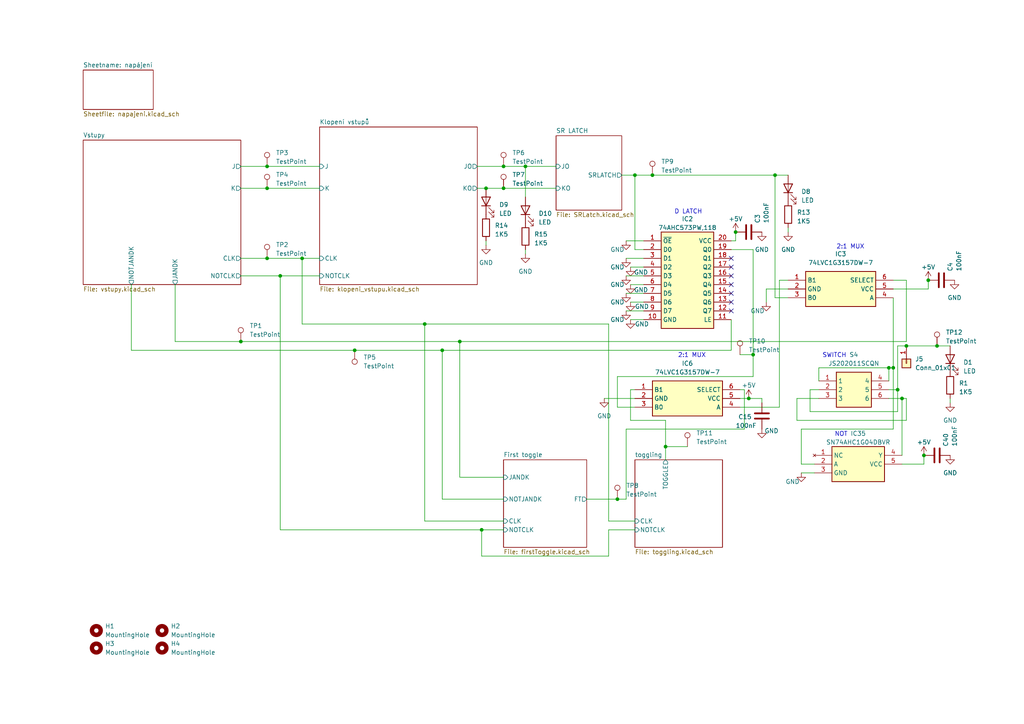
<source format=kicad_sch>
(kicad_sch
	(version 20231120)
	(generator "eeschema")
	(generator_version "8.0")
	(uuid "56463b8e-670e-41df-bd3a-314161dc4bc4")
	(paper "A4")
	(lib_symbols
		(symbol "AAAAAAAAAA:74AHC573PW,118"
			(exclude_from_sim no)
			(in_bom yes)
			(on_board yes)
			(property "Reference" "IC"
				(at 21.59 7.62 0)
				(effects
					(font
						(size 1.27 1.27)
					)
					(justify left top)
				)
			)
			(property "Value" "74AHC573PW,118"
				(at 21.59 5.08 0)
				(effects
					(font
						(size 1.27 1.27)
					)
					(justify left top)
				)
			)
			(property "Footprint" "SOP65P640X110-20N"
				(at 21.59 -94.92 0)
				(effects
					(font
						(size 1.27 1.27)
					)
					(justify left top)
					(hide yes)
				)
			)
			(property "Datasheet" "https://assets.nexperia.com/documents/data-sheet/74AHC_AHCT573.pdf"
				(at 21.59 -194.92 0)
				(effects
					(font
						(size 1.27 1.27)
					)
					(justify left top)
					(hide yes)
				)
			)
			(property "Description" "74AHC(T)573 - Octal D-type transparant latch; 3-state@en-us"
				(at 0 0 0)
				(effects
					(font
						(size 1.27 1.27)
					)
					(hide yes)
				)
			)
			(property "Height" "1.1"
				(at 21.59 -394.92 0)
				(effects
					(font
						(size 1.27 1.27)
					)
					(justify left top)
					(hide yes)
				)
			)
			(property "TME Electronic Components Part Number" ""
				(at 21.59 -494.92 0)
				(effects
					(font
						(size 1.27 1.27)
					)
					(justify left top)
					(hide yes)
				)
			)
			(property "TME Electronic Components Price/Stock" ""
				(at 21.59 -594.92 0)
				(effects
					(font
						(size 1.27 1.27)
					)
					(justify left top)
					(hide yes)
				)
			)
			(property "Manufacturer_Name" "Nexperia"
				(at 21.59 -694.92 0)
				(effects
					(font
						(size 1.27 1.27)
					)
					(justify left top)
					(hide yes)
				)
			)
			(property "Manufacturer_Part_Number" "74AHC573PW,118"
				(at 21.59 -794.92 0)
				(effects
					(font
						(size 1.27 1.27)
					)
					(justify left top)
					(hide yes)
				)
			)
			(symbol "74AHC573PW,118_1_1"
				(rectangle
					(start 5.08 2.54)
					(end 20.32 -25.4)
					(stroke
						(width 0.254)
						(type default)
					)
					(fill
						(type background)
					)
				)
				(pin passive line
					(at 0 0 0)
					(length 5.08)
					(name "~{OE}"
						(effects
							(font
								(size 1.27 1.27)
							)
						)
					)
					(number "1"
						(effects
							(font
								(size 1.27 1.27)
							)
						)
					)
				)
				(pin passive line
					(at 0 -22.86 0)
					(length 5.08)
					(name "GND"
						(effects
							(font
								(size 1.27 1.27)
							)
						)
					)
					(number "10"
						(effects
							(font
								(size 1.27 1.27)
							)
						)
					)
				)
				(pin passive line
					(at 25.4 -22.86 180)
					(length 5.08)
					(name "LE"
						(effects
							(font
								(size 1.27 1.27)
							)
						)
					)
					(number "11"
						(effects
							(font
								(size 1.27 1.27)
							)
						)
					)
				)
				(pin passive line
					(at 25.4 -20.32 180)
					(length 5.08)
					(name "Q7"
						(effects
							(font
								(size 1.27 1.27)
							)
						)
					)
					(number "12"
						(effects
							(font
								(size 1.27 1.27)
							)
						)
					)
				)
				(pin passive line
					(at 25.4 -17.78 180)
					(length 5.08)
					(name "Q6"
						(effects
							(font
								(size 1.27 1.27)
							)
						)
					)
					(number "13"
						(effects
							(font
								(size 1.27 1.27)
							)
						)
					)
				)
				(pin passive line
					(at 25.4 -15.24 180)
					(length 5.08)
					(name "Q5"
						(effects
							(font
								(size 1.27 1.27)
							)
						)
					)
					(number "14"
						(effects
							(font
								(size 1.27 1.27)
							)
						)
					)
				)
				(pin passive line
					(at 25.4 -12.7 180)
					(length 5.08)
					(name "Q4"
						(effects
							(font
								(size 1.27 1.27)
							)
						)
					)
					(number "15"
						(effects
							(font
								(size 1.27 1.27)
							)
						)
					)
				)
				(pin passive line
					(at 25.4 -10.16 180)
					(length 5.08)
					(name "Q3"
						(effects
							(font
								(size 1.27 1.27)
							)
						)
					)
					(number "16"
						(effects
							(font
								(size 1.27 1.27)
							)
						)
					)
				)
				(pin passive line
					(at 25.4 -7.62 180)
					(length 5.08)
					(name "Q2"
						(effects
							(font
								(size 1.27 1.27)
							)
						)
					)
					(number "17"
						(effects
							(font
								(size 1.27 1.27)
							)
						)
					)
				)
				(pin passive line
					(at 25.4 -5.08 180)
					(length 5.08)
					(name "Q1"
						(effects
							(font
								(size 1.27 1.27)
							)
						)
					)
					(number "18"
						(effects
							(font
								(size 1.27 1.27)
							)
						)
					)
				)
				(pin passive line
					(at 25.4 -2.54 180)
					(length 5.08)
					(name "Q0"
						(effects
							(font
								(size 1.27 1.27)
							)
						)
					)
					(number "19"
						(effects
							(font
								(size 1.27 1.27)
							)
						)
					)
				)
				(pin passive line
					(at 0 -2.54 0)
					(length 5.08)
					(name "D0"
						(effects
							(font
								(size 1.27 1.27)
							)
						)
					)
					(number "2"
						(effects
							(font
								(size 1.27 1.27)
							)
						)
					)
				)
				(pin passive line
					(at 25.4 0 180)
					(length 5.08)
					(name "VCC"
						(effects
							(font
								(size 1.27 1.27)
							)
						)
					)
					(number "20"
						(effects
							(font
								(size 1.27 1.27)
							)
						)
					)
				)
				(pin passive line
					(at 0 -5.08 0)
					(length 5.08)
					(name "D1"
						(effects
							(font
								(size 1.27 1.27)
							)
						)
					)
					(number "3"
						(effects
							(font
								(size 1.27 1.27)
							)
						)
					)
				)
				(pin passive line
					(at 0 -7.62 0)
					(length 5.08)
					(name "D2"
						(effects
							(font
								(size 1.27 1.27)
							)
						)
					)
					(number "4"
						(effects
							(font
								(size 1.27 1.27)
							)
						)
					)
				)
				(pin passive line
					(at 0 -10.16 0)
					(length 5.08)
					(name "D3"
						(effects
							(font
								(size 1.27 1.27)
							)
						)
					)
					(number "5"
						(effects
							(font
								(size 1.27 1.27)
							)
						)
					)
				)
				(pin passive line
					(at 0 -12.7 0)
					(length 5.08)
					(name "D4"
						(effects
							(font
								(size 1.27 1.27)
							)
						)
					)
					(number "6"
						(effects
							(font
								(size 1.27 1.27)
							)
						)
					)
				)
				(pin passive line
					(at 0 -15.24 0)
					(length 5.08)
					(name "D5"
						(effects
							(font
								(size 1.27 1.27)
							)
						)
					)
					(number "7"
						(effects
							(font
								(size 1.27 1.27)
							)
						)
					)
				)
				(pin passive line
					(at 0 -17.78 0)
					(length 5.08)
					(name "D6"
						(effects
							(font
								(size 1.27 1.27)
							)
						)
					)
					(number "8"
						(effects
							(font
								(size 1.27 1.27)
							)
						)
					)
				)
				(pin passive line
					(at 0 -20.32 0)
					(length 5.08)
					(name "D7"
						(effects
							(font
								(size 1.27 1.27)
							)
						)
					)
					(number "9"
						(effects
							(font
								(size 1.27 1.27)
							)
						)
					)
				)
			)
		)
		(symbol "AAAAAAAAAA:74LVC1G3157DW-7"
			(exclude_from_sim no)
			(in_bom yes)
			(on_board yes)
			(property "Reference" "IC"
				(at 26.67 7.62 0)
				(effects
					(font
						(size 1.27 1.27)
					)
					(justify left top)
				)
			)
			(property "Value" "74LVC1G3157DW-7"
				(at 26.67 5.08 0)
				(effects
					(font
						(size 1.27 1.27)
					)
					(justify left top)
				)
			)
			(property "Footprint" "SOT65P210X110-6N"
				(at 26.67 -94.92 0)
				(effects
					(font
						(size 1.27 1.27)
					)
					(justify left top)
					(hide yes)
				)
			)
			(property "Datasheet" "https://www.diodes.com//assets/Datasheets/74LVC1G3157.pdf"
				(at 26.67 -194.92 0)
				(effects
					(font
						(size 1.27 1.27)
					)
					(justify left top)
					(hide yes)
				)
			)
			(property "Description" "Multiplexer Switch ICs Logic LVC 1 Gate  Wide Supply Voltage Range from 1.65 to 5.5V  Control Pin Includes Hysteresis Allowing for Slower Input Rise and Fall Times  CMOS Low Power Consumption  Very Low ON-State Resistance  7.5 (typical) at VCC = 2.7V  6.5 (typical) at VCC = 3.3V  6 (typical) at VCC = 4.5V  Break Before Make Switching  Control Input accepts up to 5.5V Regardless of Vcc.  Direct Interface with TTL Levels when VCC = 3.3V  ESD Protection Tested per JESD 22  Exceeds 2"
				(at 0 0 0)
				(effects
					(font
						(size 1.27 1.27)
					)
					(hide yes)
				)
			)
			(property "Height" "1.1"
				(at 26.67 -394.92 0)
				(effects
					(font
						(size 1.27 1.27)
					)
					(justify left top)
					(hide yes)
				)
			)
			(property "TME Electronic Components Part Number" ""
				(at 26.67 -494.92 0)
				(effects
					(font
						(size 1.27 1.27)
					)
					(justify left top)
					(hide yes)
				)
			)
			(property "TME Electronic Components Price/Stock" ""
				(at 26.67 -594.92 0)
				(effects
					(font
						(size 1.27 1.27)
					)
					(justify left top)
					(hide yes)
				)
			)
			(property "Manufacturer_Name" "Diodes Incorporated"
				(at 26.67 -694.92 0)
				(effects
					(font
						(size 1.27 1.27)
					)
					(justify left top)
					(hide yes)
				)
			)
			(property "Manufacturer_Part_Number" "74LVC1G3157DW-7"
				(at 26.67 -794.92 0)
				(effects
					(font
						(size 1.27 1.27)
					)
					(justify left top)
					(hide yes)
				)
			)
			(symbol "74LVC1G3157DW-7_1_1"
				(rectangle
					(start 5.08 2.54)
					(end 25.4 -7.62)
					(stroke
						(width 0.254)
						(type default)
					)
					(fill
						(type background)
					)
				)
				(pin passive line
					(at 0 0 0)
					(length 5.08)
					(name "B1"
						(effects
							(font
								(size 1.27 1.27)
							)
						)
					)
					(number "1"
						(effects
							(font
								(size 1.27 1.27)
							)
						)
					)
				)
				(pin passive line
					(at 0 -2.54 0)
					(length 5.08)
					(name "GND"
						(effects
							(font
								(size 1.27 1.27)
							)
						)
					)
					(number "2"
						(effects
							(font
								(size 1.27 1.27)
							)
						)
					)
				)
				(pin passive line
					(at 0 -5.08 0)
					(length 5.08)
					(name "B0"
						(effects
							(font
								(size 1.27 1.27)
							)
						)
					)
					(number "3"
						(effects
							(font
								(size 1.27 1.27)
							)
						)
					)
				)
				(pin passive line
					(at 30.48 -5.08 180)
					(length 5.08)
					(name "A"
						(effects
							(font
								(size 1.27 1.27)
							)
						)
					)
					(number "4"
						(effects
							(font
								(size 1.27 1.27)
							)
						)
					)
				)
				(pin passive line
					(at 30.48 -2.54 180)
					(length 5.08)
					(name "VCC"
						(effects
							(font
								(size 1.27 1.27)
							)
						)
					)
					(number "5"
						(effects
							(font
								(size 1.27 1.27)
							)
						)
					)
				)
				(pin passive line
					(at 30.48 0 180)
					(length 5.08)
					(name "SELECT"
						(effects
							(font
								(size 1.27 1.27)
							)
						)
					)
					(number "6"
						(effects
							(font
								(size 1.27 1.27)
							)
						)
					)
				)
			)
		)
		(symbol "AAAAAAAAAA:SN74AHC1G04DBVR"
			(exclude_from_sim no)
			(in_bom yes)
			(on_board yes)
			(property "Reference" "IC"
				(at 21.59 7.62 0)
				(effects
					(font
						(size 1.27 1.27)
					)
					(justify left top)
				)
			)
			(property "Value" "SN74AHC1G04DBVR"
				(at 21.59 5.08 0)
				(effects
					(font
						(size 1.27 1.27)
					)
					(justify left top)
				)
			)
			(property "Footprint" "SOT95P280X145-5N"
				(at 21.59 -94.92 0)
				(effects
					(font
						(size 1.27 1.27)
					)
					(justify left top)
					(hide yes)
				)
			)
			(property "Datasheet" "https://datasheet.datasheetarchive.com/originals/distributors/SFDatasheet-6/sf-000129664.pdf"
				(at 21.59 -194.92 0)
				(effects
					(font
						(size 1.27 1.27)
					)
					(justify left top)
					(hide yes)
				)
			)
			(property "Description" "SN74AHC1G04 Single Schmitt-Trigger Inverter Gate"
				(at 0 0 0)
				(effects
					(font
						(size 1.27 1.27)
					)
					(hide yes)
				)
			)
			(property "Height" "1.45"
				(at 21.59 -394.92 0)
				(effects
					(font
						(size 1.27 1.27)
					)
					(justify left top)
					(hide yes)
				)
			)
			(property "TME Electronic Components Part Number" ""
				(at 21.59 -494.92 0)
				(effects
					(font
						(size 1.27 1.27)
					)
					(justify left top)
					(hide yes)
				)
			)
			(property "TME Electronic Components Price/Stock" ""
				(at 21.59 -594.92 0)
				(effects
					(font
						(size 1.27 1.27)
					)
					(justify left top)
					(hide yes)
				)
			)
			(property "Manufacturer_Name" "Texas Instruments"
				(at 21.59 -694.92 0)
				(effects
					(font
						(size 1.27 1.27)
					)
					(justify left top)
					(hide yes)
				)
			)
			(property "Manufacturer_Part_Number" "SN74AHC1G04DBVR"
				(at 21.59 -794.92 0)
				(effects
					(font
						(size 1.27 1.27)
					)
					(justify left top)
					(hide yes)
				)
			)
			(symbol "SN74AHC1G04DBVR_1_1"
				(rectangle
					(start 5.08 2.54)
					(end 20.32 -7.62)
					(stroke
						(width 0.254)
						(type default)
					)
					(fill
						(type background)
					)
				)
				(pin no_connect line
					(at 0 0 0)
					(length 5.08)
					(name "NC"
						(effects
							(font
								(size 1.27 1.27)
							)
						)
					)
					(number "1"
						(effects
							(font
								(size 1.27 1.27)
							)
						)
					)
				)
				(pin passive line
					(at 0 -2.54 0)
					(length 5.08)
					(name "A"
						(effects
							(font
								(size 1.27 1.27)
							)
						)
					)
					(number "2"
						(effects
							(font
								(size 1.27 1.27)
							)
						)
					)
				)
				(pin power_in line
					(at 0 -5.08 0)
					(length 5.08)
					(name "GND"
						(effects
							(font
								(size 1.27 1.27)
							)
						)
					)
					(number "3"
						(effects
							(font
								(size 1.27 1.27)
							)
						)
					)
				)
				(pin passive line
					(at 25.4 0 180)
					(length 5.08)
					(name "Y"
						(effects
							(font
								(size 1.27 1.27)
							)
						)
					)
					(number "4"
						(effects
							(font
								(size 1.27 1.27)
							)
						)
					)
				)
				(pin power_in line
					(at 25.4 -2.54 180)
					(length 5.08)
					(name "VCC"
						(effects
							(font
								(size 1.27 1.27)
							)
						)
					)
					(number "5"
						(effects
							(font
								(size 1.27 1.27)
							)
						)
					)
				)
			)
		)
		(symbol "Connector:TestPoint"
			(pin_numbers hide)
			(pin_names
				(offset 0.762) hide)
			(exclude_from_sim no)
			(in_bom yes)
			(on_board yes)
			(property "Reference" "TP"
				(at 0 6.858 0)
				(effects
					(font
						(size 1.27 1.27)
					)
				)
			)
			(property "Value" "TestPoint"
				(at 0 5.08 0)
				(effects
					(font
						(size 1.27 1.27)
					)
				)
			)
			(property "Footprint" ""
				(at 5.08 0 0)
				(effects
					(font
						(size 1.27 1.27)
					)
					(hide yes)
				)
			)
			(property "Datasheet" "~"
				(at 5.08 0 0)
				(effects
					(font
						(size 1.27 1.27)
					)
					(hide yes)
				)
			)
			(property "Description" "test point"
				(at 0 0 0)
				(effects
					(font
						(size 1.27 1.27)
					)
					(hide yes)
				)
			)
			(property "ki_keywords" "test point tp"
				(at 0 0 0)
				(effects
					(font
						(size 1.27 1.27)
					)
					(hide yes)
				)
			)
			(property "ki_fp_filters" "Pin* Test*"
				(at 0 0 0)
				(effects
					(font
						(size 1.27 1.27)
					)
					(hide yes)
				)
			)
			(symbol "TestPoint_0_1"
				(circle
					(center 0 3.302)
					(radius 0.762)
					(stroke
						(width 0)
						(type default)
					)
					(fill
						(type none)
					)
				)
			)
			(symbol "TestPoint_1_1"
				(pin passive line
					(at 0 0 90)
					(length 2.54)
					(name "1"
						(effects
							(font
								(size 1.27 1.27)
							)
						)
					)
					(number "1"
						(effects
							(font
								(size 1.27 1.27)
							)
						)
					)
				)
			)
		)
		(symbol "Connector_Generic:Conn_01x01"
			(pin_names
				(offset 1.016) hide)
			(exclude_from_sim no)
			(in_bom yes)
			(on_board yes)
			(property "Reference" "J"
				(at 0 2.54 0)
				(effects
					(font
						(size 1.27 1.27)
					)
				)
			)
			(property "Value" "Conn_01x01"
				(at 0 -2.54 0)
				(effects
					(font
						(size 1.27 1.27)
					)
				)
			)
			(property "Footprint" ""
				(at 0 0 0)
				(effects
					(font
						(size 1.27 1.27)
					)
					(hide yes)
				)
			)
			(property "Datasheet" "~"
				(at 0 0 0)
				(effects
					(font
						(size 1.27 1.27)
					)
					(hide yes)
				)
			)
			(property "Description" "Generic connector, single row, 01x01, script generated (kicad-library-utils/schlib/autogen/connector/)"
				(at 0 0 0)
				(effects
					(font
						(size 1.27 1.27)
					)
					(hide yes)
				)
			)
			(property "ki_keywords" "connector"
				(at 0 0 0)
				(effects
					(font
						(size 1.27 1.27)
					)
					(hide yes)
				)
			)
			(property "ki_fp_filters" "Connector*:*_1x??_*"
				(at 0 0 0)
				(effects
					(font
						(size 1.27 1.27)
					)
					(hide yes)
				)
			)
			(symbol "Conn_01x01_1_1"
				(rectangle
					(start -1.27 0.127)
					(end 0 -0.127)
					(stroke
						(width 0.1524)
						(type default)
					)
					(fill
						(type none)
					)
				)
				(rectangle
					(start -1.27 1.27)
					(end 1.27 -1.27)
					(stroke
						(width 0.254)
						(type default)
					)
					(fill
						(type background)
					)
				)
				(pin passive line
					(at -5.08 0 0)
					(length 3.81)
					(name "Pin_1"
						(effects
							(font
								(size 1.27 1.27)
							)
						)
					)
					(number "1"
						(effects
							(font
								(size 1.27 1.27)
							)
						)
					)
				)
			)
		)
		(symbol "Device:C"
			(pin_numbers hide)
			(pin_names
				(offset 0.254)
			)
			(exclude_from_sim no)
			(in_bom yes)
			(on_board yes)
			(property "Reference" "C"
				(at 0.635 2.54 0)
				(effects
					(font
						(size 1.27 1.27)
					)
					(justify left)
				)
			)
			(property "Value" "C"
				(at 0.635 -2.54 0)
				(effects
					(font
						(size 1.27 1.27)
					)
					(justify left)
				)
			)
			(property "Footprint" ""
				(at 0.9652 -3.81 0)
				(effects
					(font
						(size 1.27 1.27)
					)
					(hide yes)
				)
			)
			(property "Datasheet" "~"
				(at 0 0 0)
				(effects
					(font
						(size 1.27 1.27)
					)
					(hide yes)
				)
			)
			(property "Description" "Unpolarized capacitor"
				(at 0 0 0)
				(effects
					(font
						(size 1.27 1.27)
					)
					(hide yes)
				)
			)
			(property "ki_keywords" "cap capacitor"
				(at 0 0 0)
				(effects
					(font
						(size 1.27 1.27)
					)
					(hide yes)
				)
			)
			(property "ki_fp_filters" "C_*"
				(at 0 0 0)
				(effects
					(font
						(size 1.27 1.27)
					)
					(hide yes)
				)
			)
			(symbol "C_0_1"
				(polyline
					(pts
						(xy -2.032 -0.762) (xy 2.032 -0.762)
					)
					(stroke
						(width 0.508)
						(type default)
					)
					(fill
						(type none)
					)
				)
				(polyline
					(pts
						(xy -2.032 0.762) (xy 2.032 0.762)
					)
					(stroke
						(width 0.508)
						(type default)
					)
					(fill
						(type none)
					)
				)
			)
			(symbol "C_1_1"
				(pin passive line
					(at 0 3.81 270)
					(length 2.794)
					(name "~"
						(effects
							(font
								(size 1.27 1.27)
							)
						)
					)
					(number "1"
						(effects
							(font
								(size 1.27 1.27)
							)
						)
					)
				)
				(pin passive line
					(at 0 -3.81 90)
					(length 2.794)
					(name "~"
						(effects
							(font
								(size 1.27 1.27)
							)
						)
					)
					(number "2"
						(effects
							(font
								(size 1.27 1.27)
							)
						)
					)
				)
			)
		)
		(symbol "Device:LED"
			(pin_numbers hide)
			(pin_names
				(offset 1.016) hide)
			(exclude_from_sim no)
			(in_bom yes)
			(on_board yes)
			(property "Reference" "D"
				(at 0 2.54 0)
				(effects
					(font
						(size 1.27 1.27)
					)
				)
			)
			(property "Value" "LED"
				(at 0 -2.54 0)
				(effects
					(font
						(size 1.27 1.27)
					)
				)
			)
			(property "Footprint" ""
				(at 0 0 0)
				(effects
					(font
						(size 1.27 1.27)
					)
					(hide yes)
				)
			)
			(property "Datasheet" "~"
				(at 0 0 0)
				(effects
					(font
						(size 1.27 1.27)
					)
					(hide yes)
				)
			)
			(property "Description" "Light emitting diode"
				(at 0 0 0)
				(effects
					(font
						(size 1.27 1.27)
					)
					(hide yes)
				)
			)
			(property "ki_keywords" "LED diode"
				(at 0 0 0)
				(effects
					(font
						(size 1.27 1.27)
					)
					(hide yes)
				)
			)
			(property "ki_fp_filters" "LED* LED_SMD:* LED_THT:*"
				(at 0 0 0)
				(effects
					(font
						(size 1.27 1.27)
					)
					(hide yes)
				)
			)
			(symbol "LED_0_1"
				(polyline
					(pts
						(xy -1.27 -1.27) (xy -1.27 1.27)
					)
					(stroke
						(width 0.254)
						(type default)
					)
					(fill
						(type none)
					)
				)
				(polyline
					(pts
						(xy -1.27 0) (xy 1.27 0)
					)
					(stroke
						(width 0)
						(type default)
					)
					(fill
						(type none)
					)
				)
				(polyline
					(pts
						(xy 1.27 -1.27) (xy 1.27 1.27) (xy -1.27 0) (xy 1.27 -1.27)
					)
					(stroke
						(width 0.254)
						(type default)
					)
					(fill
						(type none)
					)
				)
				(polyline
					(pts
						(xy -3.048 -0.762) (xy -4.572 -2.286) (xy -3.81 -2.286) (xy -4.572 -2.286) (xy -4.572 -1.524)
					)
					(stroke
						(width 0)
						(type default)
					)
					(fill
						(type none)
					)
				)
				(polyline
					(pts
						(xy -1.778 -0.762) (xy -3.302 -2.286) (xy -2.54 -2.286) (xy -3.302 -2.286) (xy -3.302 -1.524)
					)
					(stroke
						(width 0)
						(type default)
					)
					(fill
						(type none)
					)
				)
			)
			(symbol "LED_1_1"
				(pin passive line
					(at -3.81 0 0)
					(length 2.54)
					(name "K"
						(effects
							(font
								(size 1.27 1.27)
							)
						)
					)
					(number "1"
						(effects
							(font
								(size 1.27 1.27)
							)
						)
					)
				)
				(pin passive line
					(at 3.81 0 180)
					(length 2.54)
					(name "A"
						(effects
							(font
								(size 1.27 1.27)
							)
						)
					)
					(number "2"
						(effects
							(font
								(size 1.27 1.27)
							)
						)
					)
				)
			)
		)
		(symbol "Device:R"
			(pin_numbers hide)
			(pin_names
				(offset 0)
			)
			(exclude_from_sim no)
			(in_bom yes)
			(on_board yes)
			(property "Reference" "R"
				(at 2.032 0 90)
				(effects
					(font
						(size 1.27 1.27)
					)
				)
			)
			(property "Value" "R"
				(at 0 0 90)
				(effects
					(font
						(size 1.27 1.27)
					)
				)
			)
			(property "Footprint" ""
				(at -1.778 0 90)
				(effects
					(font
						(size 1.27 1.27)
					)
					(hide yes)
				)
			)
			(property "Datasheet" "~"
				(at 0 0 0)
				(effects
					(font
						(size 1.27 1.27)
					)
					(hide yes)
				)
			)
			(property "Description" "Resistor"
				(at 0 0 0)
				(effects
					(font
						(size 1.27 1.27)
					)
					(hide yes)
				)
			)
			(property "ki_keywords" "R res resistor"
				(at 0 0 0)
				(effects
					(font
						(size 1.27 1.27)
					)
					(hide yes)
				)
			)
			(property "ki_fp_filters" "R_*"
				(at 0 0 0)
				(effects
					(font
						(size 1.27 1.27)
					)
					(hide yes)
				)
			)
			(symbol "R_0_1"
				(rectangle
					(start -1.016 -2.54)
					(end 1.016 2.54)
					(stroke
						(width 0.254)
						(type default)
					)
					(fill
						(type none)
					)
				)
			)
			(symbol "R_1_1"
				(pin passive line
					(at 0 3.81 270)
					(length 1.27)
					(name "~"
						(effects
							(font
								(size 1.27 1.27)
							)
						)
					)
					(number "1"
						(effects
							(font
								(size 1.27 1.27)
							)
						)
					)
				)
				(pin passive line
					(at 0 -3.81 90)
					(length 1.27)
					(name "~"
						(effects
							(font
								(size 1.27 1.27)
							)
						)
					)
					(number "2"
						(effects
							(font
								(size 1.27 1.27)
							)
						)
					)
				)
			)
		)
		(symbol "Mechanical:MountingHole"
			(pin_names
				(offset 1.016)
			)
			(exclude_from_sim yes)
			(in_bom no)
			(on_board yes)
			(property "Reference" "H"
				(at 0 5.08 0)
				(effects
					(font
						(size 1.27 1.27)
					)
				)
			)
			(property "Value" "MountingHole"
				(at 0 3.175 0)
				(effects
					(font
						(size 1.27 1.27)
					)
				)
			)
			(property "Footprint" ""
				(at 0 0 0)
				(effects
					(font
						(size 1.27 1.27)
					)
					(hide yes)
				)
			)
			(property "Datasheet" "~"
				(at 0 0 0)
				(effects
					(font
						(size 1.27 1.27)
					)
					(hide yes)
				)
			)
			(property "Description" "Mounting Hole without connection"
				(at 0 0 0)
				(effects
					(font
						(size 1.27 1.27)
					)
					(hide yes)
				)
			)
			(property "ki_keywords" "mounting hole"
				(at 0 0 0)
				(effects
					(font
						(size 1.27 1.27)
					)
					(hide yes)
				)
			)
			(property "ki_fp_filters" "MountingHole*"
				(at 0 0 0)
				(effects
					(font
						(size 1.27 1.27)
					)
					(hide yes)
				)
			)
			(symbol "MountingHole_0_1"
				(circle
					(center 0 0)
					(radius 1.27)
					(stroke
						(width 1.27)
						(type default)
					)
					(fill
						(type none)
					)
				)
			)
		)
		(symbol "aaaaaaaaaaaaaaaaaaaaaa:JS202011SCQN"
			(exclude_from_sim no)
			(in_bom yes)
			(on_board yes)
			(property "Reference" "S"
				(at 16.51 7.62 0)
				(effects
					(font
						(size 1.27 1.27)
					)
					(justify left top)
				)
			)
			(property "Value" "JS202011SCQN"
				(at 16.51 5.08 0)
				(effects
					(font
						(size 1.27 1.27)
					)
					(justify left top)
				)
			)
			(property "Footprint" "JS202011SCQN"
				(at 16.51 -94.92 0)
				(effects
					(font
						(size 1.27 1.27)
					)
					(justify left top)
					(hide yes)
				)
			)
			(property "Datasheet" "https://www.ckswitches.com/media/1422/js.pdf"
				(at 16.51 -194.92 0)
				(effects
					(font
						(size 1.27 1.27)
					)
					(justify left top)
					(hide yes)
				)
			)
			(property "Description" "Sub miniature slide switches"
				(at 0 0 0)
				(effects
					(font
						(size 1.27 1.27)
					)
					(hide yes)
				)
			)
			(property "Height" "5.5"
				(at 16.51 -394.92 0)
				(effects
					(font
						(size 1.27 1.27)
					)
					(justify left top)
					(hide yes)
				)
			)
			(property "TME Electronic Components Part Number" ""
				(at 16.51 -494.92 0)
				(effects
					(font
						(size 1.27 1.27)
					)
					(justify left top)
					(hide yes)
				)
			)
			(property "TME Electronic Components Price/Stock" ""
				(at 16.51 -594.92 0)
				(effects
					(font
						(size 1.27 1.27)
					)
					(justify left top)
					(hide yes)
				)
			)
			(property "Manufacturer_Name" "C & K COMPONENTS"
				(at 16.51 -694.92 0)
				(effects
					(font
						(size 1.27 1.27)
					)
					(justify left top)
					(hide yes)
				)
			)
			(property "Manufacturer_Part_Number" "JS202011SCQN"
				(at 16.51 -794.92 0)
				(effects
					(font
						(size 1.27 1.27)
					)
					(justify left top)
					(hide yes)
				)
			)
			(symbol "JS202011SCQN_1_1"
				(rectangle
					(start 5.08 2.54)
					(end 15.24 -7.62)
					(stroke
						(width 0.254)
						(type default)
					)
					(fill
						(type background)
					)
				)
				(pin passive line
					(at 0 0 0)
					(length 5.08)
					(name "1"
						(effects
							(font
								(size 1.27 1.27)
							)
						)
					)
					(number "1"
						(effects
							(font
								(size 1.27 1.27)
							)
						)
					)
				)
				(pin passive line
					(at 0 -2.54 0)
					(length 5.08)
					(name "2"
						(effects
							(font
								(size 1.27 1.27)
							)
						)
					)
					(number "2"
						(effects
							(font
								(size 1.27 1.27)
							)
						)
					)
				)
				(pin passive line
					(at 0 -5.08 0)
					(length 5.08)
					(name "3"
						(effects
							(font
								(size 1.27 1.27)
							)
						)
					)
					(number "3"
						(effects
							(font
								(size 1.27 1.27)
							)
						)
					)
				)
				(pin passive line
					(at 20.32 0 180)
					(length 5.08)
					(name "4"
						(effects
							(font
								(size 1.27 1.27)
							)
						)
					)
					(number "4"
						(effects
							(font
								(size 1.27 1.27)
							)
						)
					)
				)
				(pin passive line
					(at 20.32 -2.54 180)
					(length 5.08)
					(name "5"
						(effects
							(font
								(size 1.27 1.27)
							)
						)
					)
					(number "5"
						(effects
							(font
								(size 1.27 1.27)
							)
						)
					)
				)
				(pin passive line
					(at 20.32 -5.08 180)
					(length 5.08)
					(name "6"
						(effects
							(font
								(size 1.27 1.27)
							)
						)
					)
					(number "6"
						(effects
							(font
								(size 1.27 1.27)
							)
						)
					)
				)
			)
		)
		(symbol "power:+5V"
			(power)
			(pin_names
				(offset 0)
			)
			(exclude_from_sim no)
			(in_bom yes)
			(on_board yes)
			(property "Reference" "#PWR"
				(at 0 -3.81 0)
				(effects
					(font
						(size 1.27 1.27)
					)
					(hide yes)
				)
			)
			(property "Value" "+5V"
				(at 0 3.556 0)
				(effects
					(font
						(size 1.27 1.27)
					)
				)
			)
			(property "Footprint" ""
				(at 0 0 0)
				(effects
					(font
						(size 1.27 1.27)
					)
					(hide yes)
				)
			)
			(property "Datasheet" ""
				(at 0 0 0)
				(effects
					(font
						(size 1.27 1.27)
					)
					(hide yes)
				)
			)
			(property "Description" "Power symbol creates a global label with name \"+5V\""
				(at 0 0 0)
				(effects
					(font
						(size 1.27 1.27)
					)
					(hide yes)
				)
			)
			(property "ki_keywords" "global power"
				(at 0 0 0)
				(effects
					(font
						(size 1.27 1.27)
					)
					(hide yes)
				)
			)
			(symbol "+5V_0_1"
				(polyline
					(pts
						(xy -0.762 1.27) (xy 0 2.54)
					)
					(stroke
						(width 0)
						(type default)
					)
					(fill
						(type none)
					)
				)
				(polyline
					(pts
						(xy 0 0) (xy 0 2.54)
					)
					(stroke
						(width 0)
						(type default)
					)
					(fill
						(type none)
					)
				)
				(polyline
					(pts
						(xy 0 2.54) (xy 0.762 1.27)
					)
					(stroke
						(width 0)
						(type default)
					)
					(fill
						(type none)
					)
				)
			)
			(symbol "+5V_1_1"
				(pin power_in line
					(at 0 0 90)
					(length 0) hide
					(name "+5V"
						(effects
							(font
								(size 1.27 1.27)
							)
						)
					)
					(number "1"
						(effects
							(font
								(size 1.27 1.27)
							)
						)
					)
				)
			)
		)
		(symbol "power:GND"
			(power)
			(pin_names
				(offset 0)
			)
			(exclude_from_sim no)
			(in_bom yes)
			(on_board yes)
			(property "Reference" "#PWR"
				(at 0 -6.35 0)
				(effects
					(font
						(size 1.27 1.27)
					)
					(hide yes)
				)
			)
			(property "Value" "GND"
				(at 0 -3.81 0)
				(effects
					(font
						(size 1.27 1.27)
					)
				)
			)
			(property "Footprint" ""
				(at 0 0 0)
				(effects
					(font
						(size 1.27 1.27)
					)
					(hide yes)
				)
			)
			(property "Datasheet" ""
				(at 0 0 0)
				(effects
					(font
						(size 1.27 1.27)
					)
					(hide yes)
				)
			)
			(property "Description" "Power symbol creates a global label with name \"GND\" , ground"
				(at 0 0 0)
				(effects
					(font
						(size 1.27 1.27)
					)
					(hide yes)
				)
			)
			(property "ki_keywords" "global power"
				(at 0 0 0)
				(effects
					(font
						(size 1.27 1.27)
					)
					(hide yes)
				)
			)
			(symbol "GND_0_1"
				(polyline
					(pts
						(xy 0 0) (xy 0 -1.27) (xy 1.27 -1.27) (xy 0 -2.54) (xy -1.27 -1.27) (xy 0 -1.27)
					)
					(stroke
						(width 0)
						(type default)
					)
					(fill
						(type none)
					)
				)
			)
			(symbol "GND_1_1"
				(pin power_in line
					(at 0 0 270)
					(length 0) hide
					(name "GND"
						(effects
							(font
								(size 1.27 1.27)
							)
						)
					)
					(number "1"
						(effects
							(font
								(size 1.27 1.27)
							)
						)
					)
				)
			)
		)
	)
	(junction
		(at 77.47 74.93)
		(diameter 0)
		(color 0 0 0 0)
		(uuid "131db980-d6f0-4234-ab6b-97d110493300")
	)
	(junction
		(at 77.47 54.61)
		(diameter 0)
		(color 0 0 0 0)
		(uuid "1d26a4d6-8a5a-4343-8399-c57db127ebe4")
	)
	(junction
		(at 267.97 132.08)
		(diameter 0)
		(color 0 0 0 0)
		(uuid "25057b95-0b20-42c8-b1a9-c91b28810c8f")
	)
	(junction
		(at 189.23 50.8)
		(diameter 0)
		(color 0 0 0 0)
		(uuid "280273a4-d974-4db0-88d0-a535f6ba00d6")
	)
	(junction
		(at 146.05 48.26)
		(diameter 0)
		(color 0 0 0 0)
		(uuid "2a182be9-97cd-4497-b0f6-1e6b2ed7f26a")
	)
	(junction
		(at 193.04 129.54)
		(diameter 0)
		(color 0 0 0 0)
		(uuid "3f61705e-5bbd-49ad-b809-3800113df7fd")
	)
	(junction
		(at 213.36 67.31)
		(diameter 0)
		(color 0 0 0 0)
		(uuid "425bf2e5-cbb5-4c4e-a42e-e44b530fa418")
	)
	(junction
		(at 77.47 48.26)
		(diameter 0)
		(color 0 0 0 0)
		(uuid "456c5f05-6d37-460f-9901-f31014c9eba3")
	)
	(junction
		(at 179.07 144.78)
		(diameter 0)
		(color 0 0 0 0)
		(uuid "4ce81a73-e77b-485d-97ee-741e033c8439")
	)
	(junction
		(at 139.7 153.67)
		(diameter 0)
		(color 0 0 0 0)
		(uuid "5cd1028b-35fc-42a6-af51-880cbf1ff727")
	)
	(junction
		(at 102.87 101.6)
		(diameter 0)
		(color 0 0 0 0)
		(uuid "66b31be2-3e02-4309-9349-d50c36284fa0")
	)
	(junction
		(at 69.85 99.06)
		(diameter 0)
		(color 0 0 0 0)
		(uuid "671efc5c-1a68-4ba8-9106-2de2061e02d2")
	)
	(junction
		(at 140.97 54.61)
		(diameter 0)
		(color 0 0 0 0)
		(uuid "679af631-bb3f-4cd1-a70e-764f5c291445")
	)
	(junction
		(at 224.79 50.8)
		(diameter 0)
		(color 0 0 0 0)
		(uuid "689063cf-d823-45e6-968b-3eb1433154da")
	)
	(junction
		(at 218.44 102.87)
		(diameter 0)
		(color 0 0 0 0)
		(uuid "6f14b5a8-1e06-443c-a7b9-497d314cfb5d")
	)
	(junction
		(at 271.78 100.33)
		(diameter 0)
		(color 0 0 0 0)
		(uuid "7b6f0b46-9137-498c-b527-da5a56048eb8")
	)
	(junction
		(at 269.24 81.28)
		(diameter 0)
		(color 0 0 0 0)
		(uuid "909deba6-0a3b-4304-af54-16fd1c6d761f")
	)
	(junction
		(at 184.15 50.8)
		(diameter 0)
		(color 0 0 0 0)
		(uuid "96a92556-4919-4a24-8f0a-7f3dcfa15114")
	)
	(junction
		(at 260.35 113.03)
		(diameter 0)
		(color 0 0 0 0)
		(uuid "9ba71b46-b6af-4bc9-a098-5035ac50731f")
	)
	(junction
		(at 259.08 106.68)
		(diameter 0)
		(color 0 0 0 0)
		(uuid "9dfc9455-42d6-4874-8947-049790510d90")
	)
	(junction
		(at 262.89 100.33)
		(diameter 0)
		(color 0 0 0 0)
		(uuid "a01cd8cb-b169-4cb9-a479-45a20b93b7e6")
	)
	(junction
		(at 87.63 74.93)
		(diameter 0)
		(color 0 0 0 0)
		(uuid "a1b758ad-0016-4604-b9d3-147a22fc3b11")
	)
	(junction
		(at 133.35 99.06)
		(diameter 0)
		(color 0 0 0 0)
		(uuid "c05fd1c3-53fd-4664-ad3e-2a730b65a031")
	)
	(junction
		(at 257.81 106.68)
		(diameter 0)
		(color 0 0 0 0)
		(uuid "c2702028-12df-40a9-a047-b161d8797dd8")
	)
	(junction
		(at 146.05 54.61)
		(diameter 0)
		(color 0 0 0 0)
		(uuid "ceafbb0a-3ac2-4ea8-a527-b484d2ce14a2")
	)
	(junction
		(at 261.62 115.57)
		(diameter 0)
		(color 0 0 0 0)
		(uuid "d2ecb84a-d928-4754-b412-441de2bb10e7")
	)
	(junction
		(at 217.17 115.57)
		(diameter 0)
		(color 0 0 0 0)
		(uuid "d76790d0-d36e-4101-8a49-e3bddc091cc8")
	)
	(junction
		(at 152.4 48.26)
		(diameter 0)
		(color 0 0 0 0)
		(uuid "d8e2d526-bced-484a-813c-182336abaca2")
	)
	(junction
		(at 123.19 93.98)
		(diameter 0)
		(color 0 0 0 0)
		(uuid "da932f1b-2fc3-46ae-843f-89ff464149c3")
	)
	(junction
		(at 81.28 80.01)
		(diameter 0)
		(color 0 0 0 0)
		(uuid "f90f4ed7-be92-4096-813f-74a509bda104")
	)
	(junction
		(at 128.27 101.6)
		(diameter 0)
		(color 0 0 0 0)
		(uuid "fb847a5e-d4e2-442f-940a-55093a1e9631")
	)
	(no_connect
		(at 212.09 74.93)
		(uuid "00f6cfae-7f86-4ce8-8ab2-4a912d5b1a40")
	)
	(no_connect
		(at 212.09 85.09)
		(uuid "01c3585c-7dbc-4978-a0d9-9b4ee1705429")
	)
	(no_connect
		(at 212.09 77.47)
		(uuid "1d254ebf-5449-4c8f-85f6-d83524ba9871")
	)
	(no_connect
		(at 212.09 80.01)
		(uuid "379708a9-7cf4-4c3a-b31f-99a22d979b2a")
	)
	(no_connect
		(at 212.09 87.63)
		(uuid "8a63f2d6-c4cc-43e7-b845-dced5c107ae6")
	)
	(no_connect
		(at 212.09 90.17)
		(uuid "ae556508-f2e7-4123-8395-aefcbab937fb")
	)
	(no_connect
		(at 212.09 82.55)
		(uuid "cc185641-d054-4983-8af3-42960e586d13")
	)
	(wire
		(pts
			(xy 259.08 106.68) (xy 257.81 106.68)
		)
		(stroke
			(width 0)
			(type default)
		)
		(uuid "00857e72-cfc2-45e5-8bd1-cfc5677ddfc7")
	)
	(wire
		(pts
			(xy 228.6 67.31) (xy 228.6 66.04)
		)
		(stroke
			(width 0)
			(type default)
		)
		(uuid "02ca4170-dfbd-4d9c-8ef5-cd50bafe7008")
	)
	(wire
		(pts
			(xy 50.8 99.06) (xy 69.85 99.06)
		)
		(stroke
			(width 0)
			(type default)
		)
		(uuid "05e5e53c-5e9d-4fb9-a935-614296dba859")
	)
	(wire
		(pts
			(xy 193.04 133.35) (xy 193.04 129.54)
		)
		(stroke
			(width 0)
			(type default)
		)
		(uuid "0ddb0ff5-31eb-4eb2-bfa0-3cdd2c299430")
	)
	(wire
		(pts
			(xy 184.15 72.39) (xy 186.69 72.39)
		)
		(stroke
			(width 0)
			(type default)
		)
		(uuid "0e0aa867-2e82-48a7-a5e5-6fcaaada96bb")
	)
	(wire
		(pts
			(xy 226.06 118.11) (xy 214.63 118.11)
		)
		(stroke
			(width 0)
			(type default)
		)
		(uuid "13b483cb-7583-4a33-8d03-835548682102")
	)
	(wire
		(pts
			(xy 139.7 161.29) (xy 176.53 161.29)
		)
		(stroke
			(width 0)
			(type default)
		)
		(uuid "14770d37-a50a-4fee-aef6-4169e38f2ead")
	)
	(wire
		(pts
			(xy 87.63 74.93) (xy 87.63 93.98)
		)
		(stroke
			(width 0)
			(type default)
		)
		(uuid "15ac8051-efc3-48e5-b19c-41fbfa7eb950")
	)
	(wire
		(pts
			(xy 262.89 115.57) (xy 261.62 115.57)
		)
		(stroke
			(width 0)
			(type default)
		)
		(uuid "1963b81b-ee5b-41fe-8b96-4e4e0a6f0046")
	)
	(wire
		(pts
			(xy 259.08 86.36) (xy 259.08 106.68)
		)
		(stroke
			(width 0)
			(type default)
		)
		(uuid "1b11b777-34b3-4a62-82b3-ad37d14906ea")
	)
	(wire
		(pts
			(xy 189.23 50.8) (xy 224.79 50.8)
		)
		(stroke
			(width 0)
			(type default)
		)
		(uuid "1b6b76f8-32c7-4d44-bdd0-232fe08e458e")
	)
	(wire
		(pts
			(xy 214.63 115.57) (xy 217.17 115.57)
		)
		(stroke
			(width 0)
			(type default)
		)
		(uuid "1ca5f7c7-ae5c-4c68-88ad-d19c9855c5d5")
	)
	(wire
		(pts
			(xy 215.9 113.03) (xy 214.63 113.03)
		)
		(stroke
			(width 0)
			(type default)
		)
		(uuid "1ec27616-cd6c-4d2e-9ac6-620469eb843c")
	)
	(wire
		(pts
			(xy 260.35 113.03) (xy 257.81 113.03)
		)
		(stroke
			(width 0)
			(type default)
		)
		(uuid "1ed3c9b3-4545-4367-a52d-b08771d5c51b")
	)
	(wire
		(pts
			(xy 133.35 99.06) (xy 133.35 138.43)
		)
		(stroke
			(width 0)
			(type default)
		)
		(uuid "21cce76f-0500-45f4-8cc4-1095137093d5")
	)
	(wire
		(pts
			(xy 77.47 74.93) (xy 87.63 74.93)
		)
		(stroke
			(width 0)
			(type default)
		)
		(uuid "23e38f94-9526-45d1-a2e7-7052f2637bd3")
	)
	(wire
		(pts
			(xy 182.88 82.55) (xy 186.69 82.55)
		)
		(stroke
			(width 0)
			(type default)
		)
		(uuid "248b78bf-1ecf-4846-beec-708cf068f5e4")
	)
	(wire
		(pts
			(xy 212.09 72.39) (xy 218.44 72.39)
		)
		(stroke
			(width 0)
			(type default)
		)
		(uuid "27a8a8d2-a6a8-455d-9c16-411c14e5d84c")
	)
	(wire
		(pts
			(xy 222.25 83.82) (xy 228.6 83.82)
		)
		(stroke
			(width 0)
			(type default)
		)
		(uuid "29b9d48d-7092-44cd-9471-5cfd9dcc8028")
	)
	(wire
		(pts
			(xy 81.28 80.01) (xy 81.28 153.67)
		)
		(stroke
			(width 0)
			(type default)
		)
		(uuid "2d6c51c1-c45f-4671-ae7b-e476da713a61")
	)
	(wire
		(pts
			(xy 102.87 101.6) (xy 128.27 101.6)
		)
		(stroke
			(width 0)
			(type default)
		)
		(uuid "2daa77af-b19a-426e-a577-0a3cab31ba33")
	)
	(wire
		(pts
			(xy 69.85 74.93) (xy 77.47 74.93)
		)
		(stroke
			(width 0)
			(type default)
		)
		(uuid "33baaf51-7458-4cad-acb1-555de588f8cf")
	)
	(wire
		(pts
			(xy 231.14 115.57) (xy 237.49 115.57)
		)
		(stroke
			(width 0)
			(type default)
		)
		(uuid "353ec549-b275-4479-a4f4-4149bd10af0a")
	)
	(wire
		(pts
			(xy 232.41 124.46) (xy 232.41 134.62)
		)
		(stroke
			(width 0)
			(type default)
		)
		(uuid "3653d851-cdfe-4680-a79f-990025c78b82")
	)
	(wire
		(pts
			(xy 218.44 102.87) (xy 214.63 102.87)
		)
		(stroke
			(width 0)
			(type default)
		)
		(uuid "388b25d3-ebd1-4856-ab52-13c23c3e38b9")
	)
	(wire
		(pts
			(xy 267.97 134.62) (xy 267.97 132.08)
		)
		(stroke
			(width 0)
			(type default)
		)
		(uuid "38c9abcf-76e5-4b2f-98ce-d93a0071116f")
	)
	(wire
		(pts
			(xy 262.89 115.57) (xy 262.89 121.92)
		)
		(stroke
			(width 0)
			(type default)
		)
		(uuid "39b8277b-3f98-48f8-bac2-c9963105f484")
	)
	(wire
		(pts
			(xy 181.61 144.78) (xy 181.61 124.46)
		)
		(stroke
			(width 0)
			(type default)
		)
		(uuid "3b8550c0-13fd-46cd-b832-dda204c1f0a8")
	)
	(wire
		(pts
			(xy 260.35 113.03) (xy 260.35 100.33)
		)
		(stroke
			(width 0)
			(type default)
		)
		(uuid "3c076d91-d8f2-4f2a-bdf9-f0ba108d631c")
	)
	(wire
		(pts
			(xy 133.35 138.43) (xy 146.05 138.43)
		)
		(stroke
			(width 0)
			(type default)
		)
		(uuid "3f075d29-1835-49cc-b31c-1063f28394e6")
	)
	(wire
		(pts
			(xy 260.35 100.33) (xy 262.89 100.33)
		)
		(stroke
			(width 0)
			(type default)
		)
		(uuid "41cec63c-f67f-4ad5-a65a-752d32f2e223")
	)
	(wire
		(pts
			(xy 182.88 113.03) (xy 182.88 121.92)
		)
		(stroke
			(width 0)
			(type default)
		)
		(uuid "41e120d1-af37-4a2c-81a8-cfe07345cdd7")
	)
	(wire
		(pts
			(xy 38.1 82.55) (xy 38.1 101.6)
		)
		(stroke
			(width 0)
			(type default)
		)
		(uuid "44b583ba-2d07-4954-84d1-6fd7856b4c6f")
	)
	(wire
		(pts
			(xy 237.49 113.03) (xy 234.95 113.03)
		)
		(stroke
			(width 0)
			(type default)
		)
		(uuid "48937cf6-2ed9-4430-b860-49f733af41c5")
	)
	(wire
		(pts
			(xy 261.62 115.57) (xy 261.62 132.08)
		)
		(stroke
			(width 0)
			(type default)
		)
		(uuid "4bd32049-8dae-4e0f-87c0-ed0291597467")
	)
	(wire
		(pts
			(xy 69.85 48.26) (xy 77.47 48.26)
		)
		(stroke
			(width 0)
			(type default)
		)
		(uuid "4e3ca945-8acc-4e2c-925d-95d1c2051668")
	)
	(wire
		(pts
			(xy 176.53 161.29) (xy 176.53 153.67)
		)
		(stroke
			(width 0)
			(type default)
		)
		(uuid "50914fed-9b36-43e9-8ad7-ddec7faa3ea1")
	)
	(wire
		(pts
			(xy 259.08 83.82) (xy 269.24 83.82)
		)
		(stroke
			(width 0)
			(type default)
		)
		(uuid "548c01a8-bcfa-47e6-aed2-86d34e0a89e5")
	)
	(wire
		(pts
			(xy 231.14 121.92) (xy 231.14 115.57)
		)
		(stroke
			(width 0)
			(type default)
		)
		(uuid "55c1a4b3-5678-4f63-a533-6ae8b4307b9e")
	)
	(wire
		(pts
			(xy 220.98 115.57) (xy 217.17 115.57)
		)
		(stroke
			(width 0)
			(type default)
		)
		(uuid "564abed3-4626-446f-99ba-7981c29d7d68")
	)
	(wire
		(pts
			(xy 123.19 151.13) (xy 146.05 151.13)
		)
		(stroke
			(width 0)
			(type default)
		)
		(uuid "5a502e52-1fb2-41e9-bc0c-26a47cd582a4")
	)
	(wire
		(pts
			(xy 179.07 144.78) (xy 181.61 144.78)
		)
		(stroke
			(width 0)
			(type default)
		)
		(uuid "5ce6509e-dbb2-4064-b009-f621b2dc4c26")
	)
	(wire
		(pts
			(xy 212.09 69.85) (xy 213.36 69.85)
		)
		(stroke
			(width 0)
			(type default)
		)
		(uuid "6051a741-838e-4ba9-94ea-6372ca7ae780")
	)
	(wire
		(pts
			(xy 182.88 77.47) (xy 186.69 77.47)
		)
		(stroke
			(width 0)
			(type default)
		)
		(uuid "63298ef1-c2a3-4ed0-bef9-33be8de5bca2")
	)
	(wire
		(pts
			(xy 226.06 81.28) (xy 226.06 118.11)
		)
		(stroke
			(width 0)
			(type default)
		)
		(uuid "632c4ee7-22ba-430b-9f82-4ae75333102f")
	)
	(wire
		(pts
			(xy 224.79 86.36) (xy 228.6 86.36)
		)
		(stroke
			(width 0)
			(type default)
		)
		(uuid "63bdeb64-9642-42c8-bae2-10675fef1ee5")
	)
	(wire
		(pts
			(xy 152.4 48.26) (xy 161.29 48.26)
		)
		(stroke
			(width 0)
			(type default)
		)
		(uuid "63e909f3-c3c3-461e-b2b0-da10c8b7755f")
	)
	(wire
		(pts
			(xy 138.43 48.26) (xy 146.05 48.26)
		)
		(stroke
			(width 0)
			(type default)
		)
		(uuid "6456bab4-ef10-4a2a-abf3-ab503bc60b86")
	)
	(wire
		(pts
			(xy 176.53 153.67) (xy 184.15 153.67)
		)
		(stroke
			(width 0)
			(type default)
		)
		(uuid "64ab4d85-618a-4997-bcb6-69c029539dc2")
	)
	(wire
		(pts
			(xy 234.95 113.03) (xy 234.95 119.38)
		)
		(stroke
			(width 0)
			(type default)
		)
		(uuid "68f9b384-387a-4c9e-ab47-b79a4674ad93")
	)
	(wire
		(pts
			(xy 184.15 50.8) (xy 184.15 72.39)
		)
		(stroke
			(width 0)
			(type default)
		)
		(uuid "6949ac68-4fae-40e7-a579-7b4a42dc40ca")
	)
	(wire
		(pts
			(xy 212.09 101.6) (xy 212.09 92.71)
		)
		(stroke
			(width 0)
			(type default)
		)
		(uuid "69e0a0ca-49d0-4d7c-9601-f402fa67ae1c")
	)
	(wire
		(pts
			(xy 262.89 100.33) (xy 271.78 100.33)
		)
		(stroke
			(width 0)
			(type default)
		)
		(uuid "6bb4a555-ff92-4cb8-855c-f4bb65293655")
	)
	(wire
		(pts
			(xy 128.27 101.6) (xy 128.27 144.78)
		)
		(stroke
			(width 0)
			(type default)
		)
		(uuid "6beafca4-ec25-4613-8c2a-0b8b5b29136b")
	)
	(wire
		(pts
			(xy 69.85 80.01) (xy 81.28 80.01)
		)
		(stroke
			(width 0)
			(type default)
		)
		(uuid "6e79125d-3aa3-4fd7-b30e-c9d8f80524e1")
	)
	(wire
		(pts
			(xy 146.05 48.26) (xy 152.4 48.26)
		)
		(stroke
			(width 0)
			(type default)
		)
		(uuid "70058bef-37d4-4013-a772-de96f41c862a")
	)
	(wire
		(pts
			(xy 181.61 69.85) (xy 186.69 69.85)
		)
		(stroke
			(width 0)
			(type default)
		)
		(uuid "73de7b96-ea40-4734-a50b-5e6d67b39f4c")
	)
	(wire
		(pts
			(xy 181.61 124.46) (xy 215.9 124.46)
		)
		(stroke
			(width 0)
			(type default)
		)
		(uuid "74a7f922-8005-418c-8189-3932a2825f6b")
	)
	(wire
		(pts
			(xy 193.04 121.92) (xy 193.04 129.54)
		)
		(stroke
			(width 0)
			(type default)
		)
		(uuid "7bfac9d7-17fb-4b97-9485-bd6141e8fe74")
	)
	(wire
		(pts
			(xy 237.49 106.68) (xy 237.49 110.49)
		)
		(stroke
			(width 0)
			(type default)
		)
		(uuid "7c7b7eb7-3a86-44d4-9ee9-190fb984468b")
	)
	(wire
		(pts
			(xy 218.44 72.39) (xy 218.44 102.87)
		)
		(stroke
			(width 0)
			(type default)
		)
		(uuid "7cd8d470-5748-445b-b502-f105e982e4f5")
	)
	(wire
		(pts
			(xy 259.08 124.46) (xy 232.41 124.46)
		)
		(stroke
			(width 0)
			(type default)
		)
		(uuid "7d21b848-007c-4bb2-abba-1ca89d774a51")
	)
	(wire
		(pts
			(xy 224.79 50.8) (xy 228.6 50.8)
		)
		(stroke
			(width 0)
			(type default)
		)
		(uuid "825675a4-4205-4dd7-b64c-dccebd7fa20c")
	)
	(wire
		(pts
			(xy 261.62 115.57) (xy 257.81 115.57)
		)
		(stroke
			(width 0)
			(type default)
		)
		(uuid "85316768-d8f5-4ec2-b870-2ee102e7e5d6")
	)
	(wire
		(pts
			(xy 176.53 93.98) (xy 176.53 151.13)
		)
		(stroke
			(width 0)
			(type default)
		)
		(uuid "878e2226-2151-41bf-8317-9fa43c7668a7")
	)
	(wire
		(pts
			(xy 146.05 54.61) (xy 161.29 54.61)
		)
		(stroke
			(width 0)
			(type default)
		)
		(uuid "8a0c3b1e-1c20-4f3b-a9ae-e115c3c6b4fb")
	)
	(wire
		(pts
			(xy 175.26 115.57) (xy 184.15 115.57)
		)
		(stroke
			(width 0)
			(type default)
		)
		(uuid "8b26743a-e8d1-4bd8-8e45-1f56a9555a3d")
	)
	(wire
		(pts
			(xy 123.19 93.98) (xy 123.19 151.13)
		)
		(stroke
			(width 0)
			(type default)
		)
		(uuid "8b9bc8df-2b64-4db3-b745-074b7bfb8ae6")
	)
	(wire
		(pts
			(xy 259.08 81.28) (xy 262.89 81.28)
		)
		(stroke
			(width 0)
			(type default)
		)
		(uuid "8ba241e1-b399-4876-a7dd-2dcc8ede68b2")
	)
	(wire
		(pts
			(xy 179.07 109.22) (xy 218.44 109.22)
		)
		(stroke
			(width 0)
			(type default)
		)
		(uuid "8f6d5a34-838e-4101-b361-4ec6d8dea70a")
	)
	(wire
		(pts
			(xy 123.19 93.98) (xy 176.53 93.98)
		)
		(stroke
			(width 0)
			(type default)
		)
		(uuid "9060a575-5554-479f-8d84-5e20c7934078")
	)
	(wire
		(pts
			(xy 226.06 81.28) (xy 228.6 81.28)
		)
		(stroke
			(width 0)
			(type default)
		)
		(uuid "90b42ff5-1e40-476e-9eae-dfad22c9c2ba")
	)
	(wire
		(pts
			(xy 128.27 144.78) (xy 146.05 144.78)
		)
		(stroke
			(width 0)
			(type default)
		)
		(uuid "94cb84b8-cef5-4ffc-9cc6-5bec6711fe53")
	)
	(wire
		(pts
			(xy 81.28 153.67) (xy 139.7 153.67)
		)
		(stroke
			(width 0)
			(type default)
		)
		(uuid "96a6fe02-914c-49e4-830f-8a61947977ab")
	)
	(wire
		(pts
			(xy 257.81 106.68) (xy 237.49 106.68)
		)
		(stroke
			(width 0)
			(type default)
		)
		(uuid "977800df-8dcb-47da-abf3-8dd4234a334c")
	)
	(wire
		(pts
			(xy 176.53 151.13) (xy 184.15 151.13)
		)
		(stroke
			(width 0)
			(type default)
		)
		(uuid "9eeece1c-479c-4928-8a15-d8a58629541f")
	)
	(wire
		(pts
			(xy 128.27 101.6) (xy 212.09 101.6)
		)
		(stroke
			(width 0)
			(type default)
		)
		(uuid "a04dbf76-d4ac-45a9-87ca-fe188c547a58")
	)
	(wire
		(pts
			(xy 181.61 85.09) (xy 186.69 85.09)
		)
		(stroke
			(width 0)
			(type default)
		)
		(uuid "a081fca7-f83f-4396-a4ca-8711c8e70182")
	)
	(wire
		(pts
			(xy 262.89 99.06) (xy 262.89 81.28)
		)
		(stroke
			(width 0)
			(type default)
		)
		(uuid "a13cf583-e4a2-4b11-a685-ffbb45000317")
	)
	(wire
		(pts
			(xy 181.61 90.17) (xy 186.69 90.17)
		)
		(stroke
			(width 0)
			(type default)
		)
		(uuid "a259f00e-fc2d-4187-94a7-7701b7b4cdd4")
	)
	(wire
		(pts
			(xy 181.61 74.93) (xy 186.69 74.93)
		)
		(stroke
			(width 0)
			(type default)
		)
		(uuid "a5009327-061a-462e-9970-89e48964419d")
	)
	(wire
		(pts
			(xy 260.35 119.38) (xy 260.35 113.03)
		)
		(stroke
			(width 0)
			(type default)
		)
		(uuid "a561b400-1c06-47f7-8041-0f8316130afd")
	)
	(wire
		(pts
			(xy 184.15 50.8) (xy 180.34 50.8)
		)
		(stroke
			(width 0)
			(type default)
		)
		(uuid "a9d87586-ad56-4a44-91c4-706ca9d3691b")
	)
	(wire
		(pts
			(xy 262.89 121.92) (xy 231.14 121.92)
		)
		(stroke
			(width 0)
			(type default)
		)
		(uuid "aca73321-08bf-4d8c-8879-6ddcd8f6edca")
	)
	(wire
		(pts
			(xy 215.9 124.46) (xy 215.9 113.03)
		)
		(stroke
			(width 0)
			(type default)
		)
		(uuid "acd8cf7d-7cf0-439a-8997-9f86a8ad2bc1")
	)
	(wire
		(pts
			(xy 259.08 106.68) (xy 259.08 124.46)
		)
		(stroke
			(width 0)
			(type default)
		)
		(uuid "ad48784f-2156-41b1-bf7c-840f84576d9b")
	)
	(wire
		(pts
			(xy 193.04 129.54) (xy 199.39 129.54)
		)
		(stroke
			(width 0)
			(type default)
		)
		(uuid "b0950353-6618-4b62-86da-d3914cd0ff7a")
	)
	(wire
		(pts
			(xy 257.81 110.49) (xy 257.81 106.68)
		)
		(stroke
			(width 0)
			(type default)
		)
		(uuid "b09ce605-d32d-459d-b654-dfa923c23f48")
	)
	(wire
		(pts
			(xy 170.18 144.78) (xy 179.07 144.78)
		)
		(stroke
			(width 0)
			(type default)
		)
		(uuid "b358889e-5277-4373-bbdb-d5a203f77383")
	)
	(wire
		(pts
			(xy 275.59 116.84) (xy 275.59 115.57)
		)
		(stroke
			(width 0)
			(type default)
		)
		(uuid "b372dcf8-7de4-4e2b-ae5e-762320bd8f2b")
	)
	(wire
		(pts
			(xy 69.85 99.06) (xy 133.35 99.06)
		)
		(stroke
			(width 0)
			(type default)
		)
		(uuid "b498c2f4-132f-44c3-ba25-6d7a2133ac60")
	)
	(wire
		(pts
			(xy 234.95 119.38) (xy 260.35 119.38)
		)
		(stroke
			(width 0)
			(type default)
		)
		(uuid "b65edb08-99a6-480e-bcca-ad99278f0083")
	)
	(wire
		(pts
			(xy 271.78 100.33) (xy 275.59 100.33)
		)
		(stroke
			(width 0)
			(type default)
		)
		(uuid "b6c677e3-6845-454f-be73-6e071285a83c")
	)
	(wire
		(pts
			(xy 232.41 137.16) (xy 236.22 137.16)
		)
		(stroke
			(width 0)
			(type default)
		)
		(uuid "bd8b31e7-bef9-477e-b18d-c3f0561f5b42")
	)
	(wire
		(pts
			(xy 140.97 54.61) (xy 146.05 54.61)
		)
		(stroke
			(width 0)
			(type default)
		)
		(uuid "c0bd4caf-d0f4-4ae2-9f5b-00154e2af7a3")
	)
	(wire
		(pts
			(xy 222.25 87.63) (xy 222.25 83.82)
		)
		(stroke
			(width 0)
			(type default)
		)
		(uuid "c1a94e47-f2e0-4bf3-9f21-e75315a3bd1f")
	)
	(wire
		(pts
			(xy 87.63 93.98) (xy 123.19 93.98)
		)
		(stroke
			(width 0)
			(type default)
		)
		(uuid "c5bda74e-e30d-4be4-b8ec-ea3b7e619722")
	)
	(wire
		(pts
			(xy 140.97 71.12) (xy 140.97 69.85)
		)
		(stroke
			(width 0)
			(type default)
		)
		(uuid "c7efaa79-b17e-4989-9f54-9690405d07a7")
	)
	(wire
		(pts
			(xy 220.98 116.84) (xy 220.98 115.57)
		)
		(stroke
			(width 0)
			(type default)
		)
		(uuid "c982a6f3-7001-4abd-bce8-f7b3cb6a1c06")
	)
	(wire
		(pts
			(xy 182.88 92.71) (xy 186.69 92.71)
		)
		(stroke
			(width 0)
			(type default)
		)
		(uuid "cff50e20-447c-44b8-9db6-305aba08a3de")
	)
	(wire
		(pts
			(xy 181.61 80.01) (xy 186.69 80.01)
		)
		(stroke
			(width 0)
			(type default)
		)
		(uuid "d045da6f-36d3-4ecb-9cc8-23c4b53bb847")
	)
	(wire
		(pts
			(xy 139.7 153.67) (xy 146.05 153.67)
		)
		(stroke
			(width 0)
			(type default)
		)
		(uuid "d13ffee5-b720-4b80-aac9-384fb1e252d6")
	)
	(wire
		(pts
			(xy 224.79 50.8) (xy 224.79 86.36)
		)
		(stroke
			(width 0)
			(type default)
		)
		(uuid "d2c31481-fbe0-49e9-8ee8-5dbbb33fb6a8")
	)
	(wire
		(pts
			(xy 87.63 74.93) (xy 92.71 74.93)
		)
		(stroke
			(width 0)
			(type default)
		)
		(uuid "d4447752-0bc9-47e0-8f9d-5d1f0f9f03d4")
	)
	(wire
		(pts
			(xy 269.24 81.28) (xy 269.24 83.82)
		)
		(stroke
			(width 0)
			(type default)
		)
		(uuid "d50baf30-27fe-4bd5-9d45-5ad0b12c17b9")
	)
	(wire
		(pts
			(xy 218.44 102.87) (xy 218.44 109.22)
		)
		(stroke
			(width 0)
			(type default)
		)
		(uuid "d88f107e-8949-4343-bb12-a83c5a5e1919")
	)
	(wire
		(pts
			(xy 184.15 113.03) (xy 182.88 113.03)
		)
		(stroke
			(width 0)
			(type default)
		)
		(uuid "da22045a-d4e4-4639-8624-e0e3711d4d45")
	)
	(wire
		(pts
			(xy 50.8 82.55) (xy 50.8 99.06)
		)
		(stroke
			(width 0)
			(type default)
		)
		(uuid "db668515-9fda-46d0-8f58-732de27ef2a5")
	)
	(wire
		(pts
			(xy 182.88 121.92) (xy 193.04 121.92)
		)
		(stroke
			(width 0)
			(type default)
		)
		(uuid "dca1eec8-834f-45c3-82fe-f019d17df747")
	)
	(wire
		(pts
			(xy 138.43 54.61) (xy 140.97 54.61)
		)
		(stroke
			(width 0)
			(type default)
		)
		(uuid "de48e428-e85f-4703-99cd-1e3f8e8981d0")
	)
	(wire
		(pts
			(xy 152.4 48.26) (xy 152.4 57.15)
		)
		(stroke
			(width 0)
			(type default)
		)
		(uuid "de7f174f-c361-400f-99ad-65bb50c9bf4b")
	)
	(wire
		(pts
			(xy 182.88 87.63) (xy 186.69 87.63)
		)
		(stroke
			(width 0)
			(type default)
		)
		(uuid "de8ca17d-bf7c-464f-bbce-e62443309575")
	)
	(wire
		(pts
			(xy 77.47 54.61) (xy 92.71 54.61)
		)
		(stroke
			(width 0)
			(type default)
		)
		(uuid "e6cc9ce0-9228-431a-99a3-8706bae88cec")
	)
	(wire
		(pts
			(xy 236.22 134.62) (xy 232.41 134.62)
		)
		(stroke
			(width 0)
			(type default)
		)
		(uuid "ecdca7a0-fc4f-46cb-9fae-9a2c2d139f6f")
	)
	(wire
		(pts
			(xy 213.36 67.31) (xy 213.36 69.85)
		)
		(stroke
			(width 0)
			(type default)
		)
		(uuid "edc7e7b5-893e-44a5-8e16-08b10d90a9e8")
	)
	(wire
		(pts
			(xy 81.28 80.01) (xy 92.71 80.01)
		)
		(stroke
			(width 0)
			(type default)
		)
		(uuid "f2e85cbf-f1d5-4c0f-91b4-970e0fda52e5")
	)
	(wire
		(pts
			(xy 69.85 54.61) (xy 77.47 54.61)
		)
		(stroke
			(width 0)
			(type default)
		)
		(uuid "f4faea18-0b8d-43d6-844e-25a68196873d")
	)
	(wire
		(pts
			(xy 133.35 99.06) (xy 262.89 99.06)
		)
		(stroke
			(width 0)
			(type default)
		)
		(uuid "f5307931-9b65-4ab7-adad-6f43b0f0a38f")
	)
	(wire
		(pts
			(xy 184.15 50.8) (xy 189.23 50.8)
		)
		(stroke
			(width 0)
			(type default)
		)
		(uuid "f6080811-0efc-440d-b94d-32c4184abde9")
	)
	(wire
		(pts
			(xy 261.62 134.62) (xy 267.97 134.62)
		)
		(stroke
			(width 0)
			(type default)
		)
		(uuid "f6d08e71-b4f9-4d64-806c-bbe8327f8e15")
	)
	(wire
		(pts
			(xy 152.4 73.66) (xy 152.4 72.39)
		)
		(stroke
			(width 0)
			(type default)
		)
		(uuid "f82dfa36-db6f-49b4-b2ff-b2d681a2fca8")
	)
	(wire
		(pts
			(xy 179.07 118.11) (xy 184.15 118.11)
		)
		(stroke
			(width 0)
			(type default)
		)
		(uuid "f85c1e16-9866-4878-8c5a-c0d9063fcd80")
	)
	(wire
		(pts
			(xy 77.47 48.26) (xy 92.71 48.26)
		)
		(stroke
			(width 0)
			(type default)
		)
		(uuid "f8616469-fa99-4c85-8aee-4fffd8455f0a")
	)
	(wire
		(pts
			(xy 38.1 101.6) (xy 102.87 101.6)
		)
		(stroke
			(width 0)
			(type default)
		)
		(uuid "f8e1d58d-1bc1-4e33-88d1-c3c6b0780b7a")
	)
	(wire
		(pts
			(xy 179.07 109.22) (xy 179.07 118.11)
		)
		(stroke
			(width 0)
			(type default)
		)
		(uuid "fbd4372e-9d27-4a66-a092-c293954e2696")
	)
	(wire
		(pts
			(xy 139.7 153.67) (xy 139.7 161.29)
		)
		(stroke
			(width 0)
			(type default)
		)
		(uuid "fe711a96-bf17-4558-b3bb-40ddcd62cd78")
	)
	(text "NOT"
		(exclude_from_sim no)
		(at 242.062 126.746 0)
		(effects
			(font
				(size 1.27 1.27)
			)
			(justify left bottom)
		)
		(uuid "0b6ecd0e-c9d6-40d1-bac8-e6ef7c4abe6e")
	)
	(text "2:1 MUX"
		(exclude_from_sim no)
		(at 242.57 72.39 0)
		(effects
			(font
				(size 1.27 1.27)
			)
			(justify left bottom)
		)
		(uuid "7cceda28-e51c-487a-a7ec-ba4fd3307cdd")
	)
	(text "2:1 MUX"
		(exclude_from_sim no)
		(at 196.596 103.886 0)
		(effects
			(font
				(size 1.27 1.27)
			)
			(justify left bottom)
		)
		(uuid "8f5b91a5-8abb-4330-878e-7a0d038fe05e")
	)
	(text "D LATCH"
		(exclude_from_sim no)
		(at 195.58 62.23 0)
		(effects
			(font
				(size 1.27 1.27)
			)
			(justify left bottom)
		)
		(uuid "e4cb1b5b-96ca-4dd0-9833-6fd8fc51d94b")
	)
	(text "SWITCH"
		(exclude_from_sim no)
		(at 238.506 103.886 0)
		(effects
			(font
				(size 1.27 1.27)
			)
			(justify left bottom)
		)
		(uuid "fa27e75b-339b-4ddc-9022-995509b91108")
	)
	(symbol
		(lib_id "Connector:TestPoint")
		(at 69.85 99.06 0)
		(unit 1)
		(exclude_from_sim no)
		(in_bom yes)
		(on_board yes)
		(dnp no)
		(fields_autoplaced yes)
		(uuid "03d454be-61e1-4b2a-a20e-27122a015573")
		(property "Reference" "TP1"
			(at 72.39 94.4879 0)
			(effects
				(font
					(size 1.27 1.27)
				)
				(justify left)
			)
		)
		(property "Value" "TestPoint"
			(at 72.39 97.0279 0)
			(effects
				(font
					(size 1.27 1.27)
				)
				(justify left)
			)
		)
		(property "Footprint" "TestPoint:TestPoint_Pad_1.5x1.5mm"
			(at 74.93 99.06 0)
			(effects
				(font
					(size 1.27 1.27)
				)
				(hide yes)
			)
		)
		(property "Datasheet" "~"
			(at 74.93 99.06 0)
			(effects
				(font
					(size 1.27 1.27)
				)
				(hide yes)
			)
		)
		(property "Description" ""
			(at 69.85 99.06 0)
			(effects
				(font
					(size 1.27 1.27)
				)
				(hide yes)
			)
		)
		(pin "1"
			(uuid "c486aa27-8a25-41d9-bd1d-e4b804e517ad")
		)
		(instances
			(project "14000JKFF"
				(path "/56463b8e-670e-41df-bd3a-314161dc4bc4"
					(reference "TP1")
					(unit 1)
				)
			)
		)
	)
	(symbol
		(lib_id "power:GND")
		(at 182.88 87.63 0)
		(unit 1)
		(exclude_from_sim no)
		(in_bom yes)
		(on_board yes)
		(dnp no)
		(uuid "064f8aec-8bf9-4c16-bed4-580ef2601155")
		(property "Reference" "#PWR075"
			(at 182.88 93.98 0)
			(effects
				(font
					(size 1.27 1.27)
				)
				(hide yes)
			)
		)
		(property "Value" "GND"
			(at 186.182 88.9 0)
			(effects
				(font
					(size 1.27 1.27)
				)
			)
		)
		(property "Footprint" ""
			(at 182.88 87.63 0)
			(effects
				(font
					(size 1.27 1.27)
				)
				(hide yes)
			)
		)
		(property "Datasheet" ""
			(at 182.88 87.63 0)
			(effects
				(font
					(size 1.27 1.27)
				)
				(hide yes)
			)
		)
		(property "Description" ""
			(at 182.88 87.63 0)
			(effects
				(font
					(size 1.27 1.27)
				)
				(hide yes)
			)
		)
		(pin "1"
			(uuid "ffbb4457-c59f-42c8-858a-4df801d92d33")
		)
		(instances
			(project "14000JKFF"
				(path "/56463b8e-670e-41df-bd3a-314161dc4bc4"
					(reference "#PWR075")
					(unit 1)
				)
			)
		)
	)
	(symbol
		(lib_id "Device:R")
		(at 152.4 68.58 0)
		(unit 1)
		(exclude_from_sim no)
		(in_bom yes)
		(on_board yes)
		(dnp no)
		(fields_autoplaced yes)
		(uuid "083304db-50c7-4479-8c0f-115ba70fb3e0")
		(property "Reference" "R15"
			(at 154.94 67.945 0)
			(effects
				(font
					(size 1.27 1.27)
				)
				(justify left)
			)
		)
		(property "Value" "1K5"
			(at 154.94 70.485 0)
			(effects
				(font
					(size 1.27 1.27)
				)
				(justify left)
			)
		)
		(property "Footprint" "Resistor_SMD:R_1206_3216Metric"
			(at 150.622 68.58 90)
			(effects
				(font
					(size 1.27 1.27)
				)
				(hide yes)
			)
		)
		(property "Datasheet" "~"
			(at 152.4 68.58 0)
			(effects
				(font
					(size 1.27 1.27)
				)
				(hide yes)
			)
		)
		(property "Description" ""
			(at 152.4 68.58 0)
			(effects
				(font
					(size 1.27 1.27)
				)
				(hide yes)
			)
		)
		(pin "1"
			(uuid "3a64279e-83b3-4c21-9c52-b832d0ee1728")
		)
		(pin "2"
			(uuid "66acbc2c-27d7-452d-b6c0-71f03448214a")
		)
		(instances
			(project "14000JKFF"
				(path "/56463b8e-670e-41df-bd3a-314161dc4bc4"
					(reference "R15")
					(unit 1)
				)
			)
		)
	)
	(symbol
		(lib_id "Device:C")
		(at 271.78 132.08 270)
		(unit 1)
		(exclude_from_sim no)
		(in_bom yes)
		(on_board yes)
		(dnp no)
		(uuid "0a7df2fc-cfc4-45ce-b4d3-ac2b5c8720eb")
		(property "Reference" "C40"
			(at 274.32 129.54 0)
			(effects
				(font
					(size 1.27 1.27)
				)
				(justify right)
			)
		)
		(property "Value" "100nF"
			(at 276.86 129.54 0)
			(effects
				(font
					(size 1.27 1.27)
				)
				(justify right)
			)
		)
		(property "Footprint" "Capacitor_SMD:C_1206_3216Metric"
			(at 267.97 133.0452 0)
			(effects
				(font
					(size 1.27 1.27)
				)
				(hide yes)
			)
		)
		(property "Datasheet" "~"
			(at 271.78 132.08 0)
			(effects
				(font
					(size 1.27 1.27)
				)
				(hide yes)
			)
		)
		(property "Description" ""
			(at 271.78 132.08 0)
			(effects
				(font
					(size 1.27 1.27)
				)
				(hide yes)
			)
		)
		(pin "1"
			(uuid "a69addcc-346e-4036-a3de-2f101946a40b")
		)
		(pin "2"
			(uuid "030d8f4a-940b-4e0b-ab6b-c6438922b37b")
		)
		(instances
			(project "14000JKFF"
				(path "/56463b8e-670e-41df-bd3a-314161dc4bc4"
					(reference "C40")
					(unit 1)
				)
			)
		)
	)
	(symbol
		(lib_id "Connector:TestPoint")
		(at 146.05 48.26 0)
		(unit 1)
		(exclude_from_sim no)
		(in_bom yes)
		(on_board yes)
		(dnp no)
		(fields_autoplaced yes)
		(uuid "0bc1161b-8071-431d-af73-2abea4b04146")
		(property "Reference" "TP6"
			(at 148.59 44.323 0)
			(effects
				(font
					(size 1.27 1.27)
				)
				(justify left)
			)
		)
		(property "Value" "TestPoint"
			(at 148.59 46.863 0)
			(effects
				(font
					(size 1.27 1.27)
				)
				(justify left)
			)
		)
		(property "Footprint" "TestPoint:TestPoint_Pad_1.5x1.5mm"
			(at 151.13 48.26 0)
			(effects
				(font
					(size 1.27 1.27)
				)
				(hide yes)
			)
		)
		(property "Datasheet" "~"
			(at 151.13 48.26 0)
			(effects
				(font
					(size 1.27 1.27)
				)
				(hide yes)
			)
		)
		(property "Description" ""
			(at 146.05 48.26 0)
			(effects
				(font
					(size 1.27 1.27)
				)
				(hide yes)
			)
		)
		(pin "1"
			(uuid "cf8203f3-668d-4725-92af-552fc6ed0a22")
		)
		(instances
			(project "14000JKFF"
				(path "/56463b8e-670e-41df-bd3a-314161dc4bc4"
					(reference "TP6")
					(unit 1)
				)
			)
		)
	)
	(symbol
		(lib_id "power:GND")
		(at 181.61 90.17 0)
		(unit 1)
		(exclude_from_sim no)
		(in_bom yes)
		(on_board yes)
		(dnp no)
		(uuid "170bdab9-f5e9-4010-a1d0-b81df70895cf")
		(property "Reference" "#PWR062"
			(at 181.61 96.52 0)
			(effects
				(font
					(size 1.27 1.27)
				)
				(hide yes)
			)
		)
		(property "Value" "GND"
			(at 179.07 92.71 0)
			(effects
				(font
					(size 1.27 1.27)
				)
			)
		)
		(property "Footprint" ""
			(at 181.61 90.17 0)
			(effects
				(font
					(size 1.27 1.27)
				)
				(hide yes)
			)
		)
		(property "Datasheet" ""
			(at 181.61 90.17 0)
			(effects
				(font
					(size 1.27 1.27)
				)
				(hide yes)
			)
		)
		(property "Description" ""
			(at 181.61 90.17 0)
			(effects
				(font
					(size 1.27 1.27)
				)
				(hide yes)
			)
		)
		(pin "1"
			(uuid "3bfd3b5e-0457-4d94-a3e3-be8a73aab27f")
		)
		(instances
			(project "14000JKFF"
				(path "/56463b8e-670e-41df-bd3a-314161dc4bc4"
					(reference "#PWR062")
					(unit 1)
				)
			)
		)
	)
	(symbol
		(lib_id "Device:LED")
		(at 152.4 60.96 90)
		(unit 1)
		(exclude_from_sim no)
		(in_bom yes)
		(on_board yes)
		(dnp no)
		(fields_autoplaced yes)
		(uuid "1ba3cb29-51a5-4daa-be96-ce048bd06983")
		(property "Reference" "D10"
			(at 156.21 61.9125 90)
			(effects
				(font
					(size 1.27 1.27)
				)
				(justify right)
			)
		)
		(property "Value" "LED"
			(at 156.21 64.4525 90)
			(effects
				(font
					(size 1.27 1.27)
				)
				(justify right)
			)
		)
		(property "Footprint" "LED_SMD:LED_1206_3216Metric"
			(at 152.4 60.96 0)
			(effects
				(font
					(size 1.27 1.27)
				)
				(hide yes)
			)
		)
		(property "Datasheet" "~"
			(at 152.4 60.96 0)
			(effects
				(font
					(size 1.27 1.27)
				)
				(hide yes)
			)
		)
		(property "Description" ""
			(at 152.4 60.96 0)
			(effects
				(font
					(size 1.27 1.27)
				)
				(hide yes)
			)
		)
		(pin "1"
			(uuid "c2726aa2-085e-467e-877b-2cb62730d91e")
		)
		(pin "2"
			(uuid "8992ed7c-1a72-4bdb-a626-7f9e87ba6069")
		)
		(instances
			(project "14000JKFF"
				(path "/56463b8e-670e-41df-bd3a-314161dc4bc4"
					(reference "D10")
					(unit 1)
				)
			)
		)
	)
	(symbol
		(lib_id "Connector:TestPoint")
		(at 77.47 74.93 0)
		(unit 1)
		(exclude_from_sim no)
		(in_bom yes)
		(on_board yes)
		(dnp no)
		(fields_autoplaced yes)
		(uuid "1d62226d-7a7d-43c1-a569-0ca48834bb57")
		(property "Reference" "TP2"
			(at 80.01 70.993 0)
			(effects
				(font
					(size 1.27 1.27)
				)
				(justify left)
			)
		)
		(property "Value" "TestPoint"
			(at 80.01 73.533 0)
			(effects
				(font
					(size 1.27 1.27)
				)
				(justify left)
			)
		)
		(property "Footprint" "TestPoint:TestPoint_Pad_1.5x1.5mm"
			(at 82.55 74.93 0)
			(effects
				(font
					(size 1.27 1.27)
				)
				(hide yes)
			)
		)
		(property "Datasheet" "~"
			(at 82.55 74.93 0)
			(effects
				(font
					(size 1.27 1.27)
				)
				(hide yes)
			)
		)
		(property "Description" ""
			(at 77.47 74.93 0)
			(effects
				(font
					(size 1.27 1.27)
				)
				(hide yes)
			)
		)
		(pin "1"
			(uuid "a3d18469-af88-4e63-81cc-21debbb62791")
		)
		(instances
			(project "14000JKFF"
				(path "/56463b8e-670e-41df-bd3a-314161dc4bc4"
					(reference "TP2")
					(unit 1)
				)
			)
		)
	)
	(symbol
		(lib_id "Connector:TestPoint")
		(at 199.39 129.54 0)
		(unit 1)
		(exclude_from_sim no)
		(in_bom yes)
		(on_board yes)
		(dnp no)
		(fields_autoplaced yes)
		(uuid "208aa514-8297-435c-962f-747d4d1ea3fe")
		(property "Reference" "TP11"
			(at 201.93 125.603 0)
			(effects
				(font
					(size 1.27 1.27)
				)
				(justify left)
			)
		)
		(property "Value" "TestPoint"
			(at 201.93 128.143 0)
			(effects
				(font
					(size 1.27 1.27)
				)
				(justify left)
			)
		)
		(property "Footprint" "TestPoint:TestPoint_Pad_1.5x1.5mm"
			(at 204.47 129.54 0)
			(effects
				(font
					(size 1.27 1.27)
				)
				(hide yes)
			)
		)
		(property "Datasheet" "~"
			(at 204.47 129.54 0)
			(effects
				(font
					(size 1.27 1.27)
				)
				(hide yes)
			)
		)
		(property "Description" ""
			(at 199.39 129.54 0)
			(effects
				(font
					(size 1.27 1.27)
				)
				(hide yes)
			)
		)
		(pin "1"
			(uuid "93587d58-b0ba-4b87-9c8f-2881d8b26064")
		)
		(instances
			(project "14000JKFF"
				(path "/56463b8e-670e-41df-bd3a-314161dc4bc4"
					(reference "TP11")
					(unit 1)
				)
			)
		)
	)
	(symbol
		(lib_id "Connector:TestPoint")
		(at 214.63 102.87 0)
		(unit 1)
		(exclude_from_sim no)
		(in_bom yes)
		(on_board yes)
		(dnp no)
		(fields_autoplaced yes)
		(uuid "22b11936-e21c-4c00-bd68-269b4248cf88")
		(property "Reference" "TP10"
			(at 217.17 98.933 0)
			(effects
				(font
					(size 1.27 1.27)
				)
				(justify left)
			)
		)
		(property "Value" "TestPoint"
			(at 217.17 101.473 0)
			(effects
				(font
					(size 1.27 1.27)
				)
				(justify left)
			)
		)
		(property "Footprint" "TestPoint:TestPoint_Pad_1.5x1.5mm"
			(at 219.71 102.87 0)
			(effects
				(font
					(size 1.27 1.27)
				)
				(hide yes)
			)
		)
		(property "Datasheet" "~"
			(at 219.71 102.87 0)
			(effects
				(font
					(size 1.27 1.27)
				)
				(hide yes)
			)
		)
		(property "Description" ""
			(at 214.63 102.87 0)
			(effects
				(font
					(size 1.27 1.27)
				)
				(hide yes)
			)
		)
		(pin "1"
			(uuid "3bb19a9e-627f-42ae-8633-3938dbdb3a86")
		)
		(instances
			(project "14000JKFF"
				(path "/56463b8e-670e-41df-bd3a-314161dc4bc4"
					(reference "TP10")
					(unit 1)
				)
			)
		)
	)
	(symbol
		(lib_id "Connector:TestPoint")
		(at 77.47 48.26 0)
		(unit 1)
		(exclude_from_sim no)
		(in_bom yes)
		(on_board yes)
		(dnp no)
		(fields_autoplaced yes)
		(uuid "271bf030-fa7e-404f-83e4-a45be05f1156")
		(property "Reference" "TP3"
			(at 80.01 44.323 0)
			(effects
				(font
					(size 1.27 1.27)
				)
				(justify left)
			)
		)
		(property "Value" "TestPoint"
			(at 80.01 46.863 0)
			(effects
				(font
					(size 1.27 1.27)
				)
				(justify left)
			)
		)
		(property "Footprint" "TestPoint:TestPoint_Pad_1.5x1.5mm"
			(at 82.55 48.26 0)
			(effects
				(font
					(size 1.27 1.27)
				)
				(hide yes)
			)
		)
		(property "Datasheet" "~"
			(at 82.55 48.26 0)
			(effects
				(font
					(size 1.27 1.27)
				)
				(hide yes)
			)
		)
		(property "Description" ""
			(at 77.47 48.26 0)
			(effects
				(font
					(size 1.27 1.27)
				)
				(hide yes)
			)
		)
		(pin "1"
			(uuid "9ca2e89f-6c3b-4a0f-ba1c-58989050114e")
		)
		(instances
			(project "14000JKFF"
				(path "/56463b8e-670e-41df-bd3a-314161dc4bc4"
					(reference "TP3")
					(unit 1)
				)
			)
		)
	)
	(symbol
		(lib_id "power:GND")
		(at 140.97 71.12 0)
		(unit 1)
		(exclude_from_sim no)
		(in_bom yes)
		(on_board yes)
		(dnp no)
		(fields_autoplaced yes)
		(uuid "2de0bbeb-a47b-424d-856b-a007da424c94")
		(property "Reference" "#PWR0125"
			(at 140.97 77.47 0)
			(effects
				(font
					(size 1.27 1.27)
				)
				(hide yes)
			)
		)
		(property "Value" "GND"
			(at 140.97 76.2 0)
			(effects
				(font
					(size 1.27 1.27)
				)
			)
		)
		(property "Footprint" ""
			(at 140.97 71.12 0)
			(effects
				(font
					(size 1.27 1.27)
				)
				(hide yes)
			)
		)
		(property "Datasheet" ""
			(at 140.97 71.12 0)
			(effects
				(font
					(size 1.27 1.27)
				)
				(hide yes)
			)
		)
		(property "Description" ""
			(at 140.97 71.12 0)
			(effects
				(font
					(size 1.27 1.27)
				)
				(hide yes)
			)
		)
		(pin "1"
			(uuid "077f2815-6864-4beb-ac7e-a4e4798d36dd")
		)
		(instances
			(project "14000JKFF"
				(path "/56463b8e-670e-41df-bd3a-314161dc4bc4"
					(reference "#PWR0125")
					(unit 1)
				)
			)
		)
	)
	(symbol
		(lib_id "power:+5V")
		(at 217.17 115.57 0)
		(unit 1)
		(exclude_from_sim no)
		(in_bom yes)
		(on_board yes)
		(dnp no)
		(uuid "4876ea7e-34cb-4d5f-8491-9a46feeaeab0")
		(property "Reference" "#PWR0134"
			(at 217.17 119.38 0)
			(effects
				(font
					(size 1.27 1.27)
				)
				(hide yes)
			)
		)
		(property "Value" "+5V"
			(at 217.17 111.76 0)
			(effects
				(font
					(size 1.27 1.27)
				)
			)
		)
		(property "Footprint" ""
			(at 217.17 115.57 0)
			(effects
				(font
					(size 1.27 1.27)
				)
				(hide yes)
			)
		)
		(property "Datasheet" ""
			(at 217.17 115.57 0)
			(effects
				(font
					(size 1.27 1.27)
				)
				(hide yes)
			)
		)
		(property "Description" ""
			(at 217.17 115.57 0)
			(effects
				(font
					(size 1.27 1.27)
				)
				(hide yes)
			)
		)
		(pin "1"
			(uuid "653ca382-f21f-4bd0-931d-c756941bf7ab")
		)
		(instances
			(project "14000JKFF"
				(path "/56463b8e-670e-41df-bd3a-314161dc4bc4"
					(reference "#PWR0134")
					(unit 1)
				)
			)
		)
	)
	(symbol
		(lib_id "Device:R")
		(at 228.6 62.23 0)
		(unit 1)
		(exclude_from_sim no)
		(in_bom yes)
		(on_board yes)
		(dnp no)
		(fields_autoplaced yes)
		(uuid "4eea9b80-72d9-47ef-b2d7-cd655d8ea4fe")
		(property "Reference" "R13"
			(at 231.14 61.595 0)
			(effects
				(font
					(size 1.27 1.27)
				)
				(justify left)
			)
		)
		(property "Value" "1K5"
			(at 231.14 64.135 0)
			(effects
				(font
					(size 1.27 1.27)
				)
				(justify left)
			)
		)
		(property "Footprint" "Resistor_SMD:R_1206_3216Metric"
			(at 226.822 62.23 90)
			(effects
				(font
					(size 1.27 1.27)
				)
				(hide yes)
			)
		)
		(property "Datasheet" "~"
			(at 228.6 62.23 0)
			(effects
				(font
					(size 1.27 1.27)
				)
				(hide yes)
			)
		)
		(property "Description" ""
			(at 228.6 62.23 0)
			(effects
				(font
					(size 1.27 1.27)
				)
				(hide yes)
			)
		)
		(pin "1"
			(uuid "5ca39c5b-08b2-44b6-8450-943bb3e8f03c")
		)
		(pin "2"
			(uuid "b4339c15-5d61-4de5-869e-46d305f9feef")
		)
		(instances
			(project "14000JKFF"
				(path "/56463b8e-670e-41df-bd3a-314161dc4bc4"
					(reference "R13")
					(unit 1)
				)
			)
		)
	)
	(symbol
		(lib_id "Connector:TestPoint")
		(at 102.87 101.6 180)
		(unit 1)
		(exclude_from_sim no)
		(in_bom yes)
		(on_board yes)
		(dnp no)
		(fields_autoplaced yes)
		(uuid "503fab2f-d8f4-45f8-a645-f52d627f7b79")
		(property "Reference" "TP5"
			(at 105.41 103.6319 0)
			(effects
				(font
					(size 1.27 1.27)
				)
				(justify right)
			)
		)
		(property "Value" "TestPoint"
			(at 105.41 106.1719 0)
			(effects
				(font
					(size 1.27 1.27)
				)
				(justify right)
			)
		)
		(property "Footprint" "TestPoint:TestPoint_Pad_1.5x1.5mm"
			(at 97.79 101.6 0)
			(effects
				(font
					(size 1.27 1.27)
				)
				(hide yes)
			)
		)
		(property "Datasheet" "~"
			(at 97.79 101.6 0)
			(effects
				(font
					(size 1.27 1.27)
				)
				(hide yes)
			)
		)
		(property "Description" ""
			(at 102.87 101.6 0)
			(effects
				(font
					(size 1.27 1.27)
				)
				(hide yes)
			)
		)
		(pin "1"
			(uuid "b0460a71-ae01-4979-bce7-66f13b1f442c")
		)
		(instances
			(project "14000JKFF"
				(path "/56463b8e-670e-41df-bd3a-314161dc4bc4"
					(reference "TP5")
					(unit 1)
				)
			)
		)
	)
	(symbol
		(lib_id "Mechanical:MountingHole")
		(at 27.94 182.88 0)
		(unit 1)
		(exclude_from_sim yes)
		(in_bom no)
		(on_board yes)
		(dnp no)
		(fields_autoplaced yes)
		(uuid "51351d84-8000-40eb-b8a0-193340302028")
		(property "Reference" "H1"
			(at 30.48 181.6099 0)
			(effects
				(font
					(size 1.27 1.27)
				)
				(justify left)
			)
		)
		(property "Value" "MountingHole"
			(at 30.48 184.1499 0)
			(effects
				(font
					(size 1.27 1.27)
				)
				(justify left)
			)
		)
		(property "Footprint" "MountingHole:MountingHole_3.2mm_M3"
			(at 27.94 182.88 0)
			(effects
				(font
					(size 1.27 1.27)
				)
				(hide yes)
			)
		)
		(property "Datasheet" "~"
			(at 27.94 182.88 0)
			(effects
				(font
					(size 1.27 1.27)
				)
				(hide yes)
			)
		)
		(property "Description" "Mounting Hole without connection"
			(at 27.94 182.88 0)
			(effects
				(font
					(size 1.27 1.27)
				)
				(hide yes)
			)
		)
		(instances
			(project "14000JKFF"
				(path "/56463b8e-670e-41df-bd3a-314161dc4bc4"
					(reference "H1")
					(unit 1)
				)
			)
		)
	)
	(symbol
		(lib_id "power:GND")
		(at 276.86 81.28 0)
		(unit 1)
		(exclude_from_sim no)
		(in_bom yes)
		(on_board yes)
		(dnp no)
		(fields_autoplaced yes)
		(uuid "5484182e-cd8d-4105-9db6-f1d6ec608241")
		(property "Reference" "#PWR013"
			(at 276.86 87.63 0)
			(effects
				(font
					(size 1.27 1.27)
				)
				(hide yes)
			)
		)
		(property "Value" "GND"
			(at 276.86 86.36 0)
			(effects
				(font
					(size 1.27 1.27)
				)
			)
		)
		(property "Footprint" ""
			(at 276.86 81.28 0)
			(effects
				(font
					(size 1.27 1.27)
				)
				(hide yes)
			)
		)
		(property "Datasheet" ""
			(at 276.86 81.28 0)
			(effects
				(font
					(size 1.27 1.27)
				)
				(hide yes)
			)
		)
		(property "Description" ""
			(at 276.86 81.28 0)
			(effects
				(font
					(size 1.27 1.27)
				)
				(hide yes)
			)
		)
		(pin "1"
			(uuid "dbce529b-634d-444c-9894-e2ea0069a20a")
		)
		(instances
			(project "14000JKFF"
				(path "/56463b8e-670e-41df-bd3a-314161dc4bc4"
					(reference "#PWR013")
					(unit 1)
				)
			)
		)
	)
	(symbol
		(lib_id "power:GND")
		(at 182.88 82.55 0)
		(unit 1)
		(exclude_from_sim no)
		(in_bom yes)
		(on_board yes)
		(dnp no)
		(uuid "59384084-4297-48c2-b2ba-4a9135baa9d9")
		(property "Reference" "#PWR077"
			(at 182.88 88.9 0)
			(effects
				(font
					(size 1.27 1.27)
				)
				(hide yes)
			)
		)
		(property "Value" "GND"
			(at 185.928 84.074 0)
			(effects
				(font
					(size 1.27 1.27)
				)
			)
		)
		(property "Footprint" ""
			(at 182.88 82.55 0)
			(effects
				(font
					(size 1.27 1.27)
				)
				(hide yes)
			)
		)
		(property "Datasheet" ""
			(at 182.88 82.55 0)
			(effects
				(font
					(size 1.27 1.27)
				)
				(hide yes)
			)
		)
		(property "Description" ""
			(at 182.88 82.55 0)
			(effects
				(font
					(size 1.27 1.27)
				)
				(hide yes)
			)
		)
		(pin "1"
			(uuid "2eb81050-e5a8-4f6e-9f03-2185769fd74f")
		)
		(instances
			(project "14000JKFF"
				(path "/56463b8e-670e-41df-bd3a-314161dc4bc4"
					(reference "#PWR077")
					(unit 1)
				)
			)
		)
	)
	(symbol
		(lib_id "AAAAAAAAAA:74LVC1G3157DW-7")
		(at 184.15 113.03 0)
		(unit 1)
		(exclude_from_sim no)
		(in_bom yes)
		(on_board yes)
		(dnp no)
		(fields_autoplaced yes)
		(uuid "5f55634c-89ce-491b-af81-4470eb3520b9")
		(property "Reference" "IC6"
			(at 199.39 105.41 0)
			(effects
				(font
					(size 1.27 1.27)
				)
			)
		)
		(property "Value" "74LVC1G3157DW-7"
			(at 199.39 107.95 0)
			(effects
				(font
					(size 1.27 1.27)
				)
			)
		)
		(property "Footprint" "AAAAAAAAA:SOT65P210X110-6N"
			(at 210.82 207.95 0)
			(effects
				(font
					(size 1.27 1.27)
				)
				(justify left top)
				(hide yes)
			)
		)
		(property "Datasheet" "https://www.diodes.com//assets/Datasheets/74LVC1G3157.pdf"
			(at 210.82 307.95 0)
			(effects
				(font
					(size 1.27 1.27)
				)
				(justify left top)
				(hide yes)
			)
		)
		(property "Description" "Multiplexer Switch ICs Logic LVC 1 Gate  Wide Supply Voltage Range from 1.65 to 5.5V  Control Pin Includes Hysteresis Allowing for Slower Input Rise and Fall Times  CMOS Low Power Consumption  Very Low ON-State Resistance  7.5 (typical) at VCC = 2.7V  6.5 (typical) at VCC = 3.3V  6 (typical) at VCC = 4.5V  Break Before Make Switching  Control Input accepts up to 5.5V Regardless of Vcc.  Direct Interface with TTL Levels when VCC = 3.3V  ESD Protection Tested per JESD 22  Exceeds 2"
			(at 184.15 113.03 0)
			(effects
				(font
					(size 1.27 1.27)
				)
				(hide yes)
			)
		)
		(property "Height" "1.1"
			(at 210.82 507.95 0)
			(effects
				(font
					(size 1.27 1.27)
				)
				(justify left top)
				(hide yes)
			)
		)
		(property "TME Electronic Components Part Number" ""
			(at 210.82 607.95 0)
			(effects
				(font
					(size 1.27 1.27)
				)
				(justify left top)
				(hide yes)
			)
		)
		(property "TME Electronic Components Price/Stock" ""
			(at 210.82 707.95 0)
			(effects
				(font
					(size 1.27 1.27)
				)
				(justify left top)
				(hide yes)
			)
		)
		(property "Manufacturer_Name" "Diodes Incorporated"
			(at 210.82 807.95 0)
			(effects
				(font
					(size 1.27 1.27)
				)
				(justify left top)
				(hide yes)
			)
		)
		(property "Manufacturer_Part_Number" "74LVC1G3157DW-7"
			(at 210.82 907.95 0)
			(effects
				(font
					(size 1.27 1.27)
				)
				(justify left top)
				(hide yes)
			)
		)
		(pin "4"
			(uuid "a5a8b124-ca1c-4564-b0bf-909299baf5ba")
		)
		(pin "3"
			(uuid "90d90cd0-9d20-467f-882a-cc12cc1a46ec")
		)
		(pin "1"
			(uuid "81072f9c-cd30-40e8-b947-592dde1aaac0")
		)
		(pin "5"
			(uuid "022876e0-5b42-46c9-a11f-2177724b34c2")
		)
		(pin "6"
			(uuid "ce06d328-de21-4f57-be1a-e13911ff5f3c")
		)
		(pin "2"
			(uuid "a97b37f6-edb9-4ee3-a01c-473ccb4f3d95")
		)
		(instances
			(project "14000JKFF"
				(path "/56463b8e-670e-41df-bd3a-314161dc4bc4"
					(reference "IC6")
					(unit 1)
				)
			)
		)
	)
	(symbol
		(lib_id "power:GND")
		(at 181.61 69.85 0)
		(unit 1)
		(exclude_from_sim no)
		(in_bom yes)
		(on_board yes)
		(dnp no)
		(uuid "608da052-567a-40ad-899a-8b575a563a9a")
		(property "Reference" "#PWR0123"
			(at 181.61 76.2 0)
			(effects
				(font
					(size 1.27 1.27)
				)
				(hide yes)
			)
		)
		(property "Value" "GND"
			(at 179.07 72.39 0)
			(effects
				(font
					(size 1.27 1.27)
				)
			)
		)
		(property "Footprint" ""
			(at 181.61 69.85 0)
			(effects
				(font
					(size 1.27 1.27)
				)
				(hide yes)
			)
		)
		(property "Datasheet" ""
			(at 181.61 69.85 0)
			(effects
				(font
					(size 1.27 1.27)
				)
				(hide yes)
			)
		)
		(property "Description" ""
			(at 181.61 69.85 0)
			(effects
				(font
					(size 1.27 1.27)
				)
				(hide yes)
			)
		)
		(pin "1"
			(uuid "8009b8aa-f938-4e48-a6c4-0fe76bbe92fb")
		)
		(instances
			(project "14000JKFF"
				(path "/56463b8e-670e-41df-bd3a-314161dc4bc4"
					(reference "#PWR0123")
					(unit 1)
				)
			)
		)
	)
	(symbol
		(lib_id "Mechanical:MountingHole")
		(at 46.99 182.88 0)
		(unit 1)
		(exclude_from_sim yes)
		(in_bom no)
		(on_board yes)
		(dnp no)
		(fields_autoplaced yes)
		(uuid "61506d29-898a-473e-8a1e-8185d4b1f71b")
		(property "Reference" "H2"
			(at 49.53 181.6099 0)
			(effects
				(font
					(size 1.27 1.27)
				)
				(justify left)
			)
		)
		(property "Value" "MountingHole"
			(at 49.53 184.1499 0)
			(effects
				(font
					(size 1.27 1.27)
				)
				(justify left)
			)
		)
		(property "Footprint" "MountingHole:MountingHole_3.2mm_M3"
			(at 46.99 182.88 0)
			(effects
				(font
					(size 1.27 1.27)
				)
				(hide yes)
			)
		)
		(property "Datasheet" "~"
			(at 46.99 182.88 0)
			(effects
				(font
					(size 1.27 1.27)
				)
				(hide yes)
			)
		)
		(property "Description" "Mounting Hole without connection"
			(at 46.99 182.88 0)
			(effects
				(font
					(size 1.27 1.27)
				)
				(hide yes)
			)
		)
		(instances
			(project "14000JKFF"
				(path "/56463b8e-670e-41df-bd3a-314161dc4bc4"
					(reference "H2")
					(unit 1)
				)
			)
		)
	)
	(symbol
		(lib_id "Connector_Generic:Conn_01x01")
		(at 262.89 105.41 270)
		(unit 1)
		(exclude_from_sim no)
		(in_bom yes)
		(on_board yes)
		(dnp no)
		(fields_autoplaced yes)
		(uuid "650ffc3b-bb11-4ea9-acbe-1690121eda54")
		(property "Reference" "J5"
			(at 265.43 104.1399 90)
			(effects
				(font
					(size 1.27 1.27)
				)
				(justify left)
			)
		)
		(property "Value" "Conn_01x01"
			(at 265.43 106.6799 90)
			(effects
				(font
					(size 1.27 1.27)
				)
				(justify left)
			)
		)
		(property "Footprint" "Connector_PinHeader_2.54mm:PinHeader_1x01_P2.54mm_Vertical"
			(at 262.89 105.41 0)
			(effects
				(font
					(size 1.27 1.27)
				)
				(hide yes)
			)
		)
		(property "Datasheet" "~"
			(at 262.89 105.41 0)
			(effects
				(font
					(size 1.27 1.27)
				)
				(hide yes)
			)
		)
		(property "Description" "Generic connector, single row, 01x01, script generated (kicad-library-utils/schlib/autogen/connector/)"
			(at 262.89 105.41 0)
			(effects
				(font
					(size 1.27 1.27)
				)
				(hide yes)
			)
		)
		(pin "1"
			(uuid "244303b8-3461-4443-a8f6-38a32ffdbd43")
		)
		(instances
			(project "14000JKFF"
				(path "/56463b8e-670e-41df-bd3a-314161dc4bc4"
					(reference "J5")
					(unit 1)
				)
			)
		)
	)
	(symbol
		(lib_id "power:+5V")
		(at 269.24 81.28 0)
		(unit 1)
		(exclude_from_sim no)
		(in_bom yes)
		(on_board yes)
		(dnp no)
		(uuid "66520fce-a79b-4751-a107-ee046180c7cc")
		(property "Reference" "#PWR011"
			(at 269.24 85.09 0)
			(effects
				(font
					(size 1.27 1.27)
				)
				(hide yes)
			)
		)
		(property "Value" "+5V"
			(at 269.24 77.47 0)
			(effects
				(font
					(size 1.27 1.27)
				)
			)
		)
		(property "Footprint" ""
			(at 269.24 81.28 0)
			(effects
				(font
					(size 1.27 1.27)
				)
				(hide yes)
			)
		)
		(property "Datasheet" ""
			(at 269.24 81.28 0)
			(effects
				(font
					(size 1.27 1.27)
				)
				(hide yes)
			)
		)
		(property "Description" ""
			(at 269.24 81.28 0)
			(effects
				(font
					(size 1.27 1.27)
				)
				(hide yes)
			)
		)
		(pin "1"
			(uuid "526fbcd6-ba68-4f7e-9290-1bb94714d24e")
		)
		(instances
			(project "14000JKFF"
				(path "/56463b8e-670e-41df-bd3a-314161dc4bc4"
					(reference "#PWR011")
					(unit 1)
				)
			)
		)
	)
	(symbol
		(lib_id "Device:C")
		(at 220.98 120.65 180)
		(unit 1)
		(exclude_from_sim no)
		(in_bom yes)
		(on_board yes)
		(dnp no)
		(uuid "68534a6d-34e5-4328-9c3e-dcf5c5656b0b")
		(property "Reference" "C15"
			(at 214.122 120.904 0)
			(effects
				(font
					(size 1.27 1.27)
				)
				(justify right)
			)
		)
		(property "Value" "100nF"
			(at 213.36 123.444 0)
			(effects
				(font
					(size 1.27 1.27)
				)
				(justify right)
			)
		)
		(property "Footprint" "Capacitor_SMD:C_1206_3216Metric"
			(at 220.0148 116.84 0)
			(effects
				(font
					(size 1.27 1.27)
				)
				(hide yes)
			)
		)
		(property "Datasheet" "~"
			(at 220.98 120.65 0)
			(effects
				(font
					(size 1.27 1.27)
				)
				(hide yes)
			)
		)
		(property "Description" ""
			(at 220.98 120.65 0)
			(effects
				(font
					(size 1.27 1.27)
				)
				(hide yes)
			)
		)
		(pin "1"
			(uuid "acf36ef2-928f-44da-905f-1e26ba1c01ca")
		)
		(pin "2"
			(uuid "f0a63cc7-a63d-44f1-83e5-2f3ca91f6127")
		)
		(instances
			(project "14000JKFF"
				(path "/56463b8e-670e-41df-bd3a-314161dc4bc4"
					(reference "C15")
					(unit 1)
				)
			)
		)
	)
	(symbol
		(lib_id "Connector:TestPoint")
		(at 179.07 144.78 0)
		(unit 1)
		(exclude_from_sim no)
		(in_bom yes)
		(on_board yes)
		(dnp no)
		(fields_autoplaced yes)
		(uuid "6cb81ea6-7bbc-49be-abc5-0f187b535eb8")
		(property "Reference" "TP8"
			(at 181.61 140.843 0)
			(effects
				(font
					(size 1.27 1.27)
				)
				(justify left)
			)
		)
		(property "Value" "TestPoint"
			(at 181.61 143.383 0)
			(effects
				(font
					(size 1.27 1.27)
				)
				(justify left)
			)
		)
		(property "Footprint" "TestPoint:TestPoint_Pad_1.5x1.5mm"
			(at 184.15 144.78 0)
			(effects
				(font
					(size 1.27 1.27)
				)
				(hide yes)
			)
		)
		(property "Datasheet" "~"
			(at 184.15 144.78 0)
			(effects
				(font
					(size 1.27 1.27)
				)
				(hide yes)
			)
		)
		(property "Description" ""
			(at 179.07 144.78 0)
			(effects
				(font
					(size 1.27 1.27)
				)
				(hide yes)
			)
		)
		(pin "1"
			(uuid "26e0395e-1302-4ed4-a2e4-78ec044ce3c3")
		)
		(instances
			(project "14000JKFF"
				(path "/56463b8e-670e-41df-bd3a-314161dc4bc4"
					(reference "TP8")
					(unit 1)
				)
			)
		)
	)
	(symbol
		(lib_id "power:GND")
		(at 232.41 137.16 0)
		(unit 1)
		(exclude_from_sim no)
		(in_bom yes)
		(on_board yes)
		(dnp no)
		(uuid "7018bc0c-f5c3-4bd5-a44e-0f5d990913d6")
		(property "Reference" "#PWR0130"
			(at 232.41 143.51 0)
			(effects
				(font
					(size 1.27 1.27)
				)
				(hide yes)
			)
		)
		(property "Value" "GND"
			(at 229.87 139.7 0)
			(effects
				(font
					(size 1.27 1.27)
				)
			)
		)
		(property "Footprint" ""
			(at 232.41 137.16 0)
			(effects
				(font
					(size 1.27 1.27)
				)
				(hide yes)
			)
		)
		(property "Datasheet" ""
			(at 232.41 137.16 0)
			(effects
				(font
					(size 1.27 1.27)
				)
				(hide yes)
			)
		)
		(property "Description" ""
			(at 232.41 137.16 0)
			(effects
				(font
					(size 1.27 1.27)
				)
				(hide yes)
			)
		)
		(pin "1"
			(uuid "b99fd031-04a7-495a-b2af-a60cdee2d321")
		)
		(instances
			(project "14000JKFF"
				(path "/56463b8e-670e-41df-bd3a-314161dc4bc4"
					(reference "#PWR0130")
					(unit 1)
				)
			)
		)
	)
	(symbol
		(lib_id "Device:LED")
		(at 140.97 58.42 90)
		(unit 1)
		(exclude_from_sim no)
		(in_bom yes)
		(on_board yes)
		(dnp no)
		(fields_autoplaced yes)
		(uuid "70f8a8eb-1b48-4bdd-8c56-3dc886d856bf")
		(property "Reference" "D9"
			(at 144.78 59.3725 90)
			(effects
				(font
					(size 1.27 1.27)
				)
				(justify right)
			)
		)
		(property "Value" "LED"
			(at 144.78 61.9125 90)
			(effects
				(font
					(size 1.27 1.27)
				)
				(justify right)
			)
		)
		(property "Footprint" "LED_SMD:LED_1206_3216Metric"
			(at 140.97 58.42 0)
			(effects
				(font
					(size 1.27 1.27)
				)
				(hide yes)
			)
		)
		(property "Datasheet" "~"
			(at 140.97 58.42 0)
			(effects
				(font
					(size 1.27 1.27)
				)
				(hide yes)
			)
		)
		(property "Description" ""
			(at 140.97 58.42 0)
			(effects
				(font
					(size 1.27 1.27)
				)
				(hide yes)
			)
		)
		(pin "1"
			(uuid "44358d2f-173b-4c27-9dcd-079a700a3466")
		)
		(pin "2"
			(uuid "71a97617-691b-4167-b619-bb1d9c960f61")
		)
		(instances
			(project "14000JKFF"
				(path "/56463b8e-670e-41df-bd3a-314161dc4bc4"
					(reference "D9")
					(unit 1)
				)
			)
		)
	)
	(symbol
		(lib_id "Device:R")
		(at 275.59 111.76 0)
		(unit 1)
		(exclude_from_sim no)
		(in_bom yes)
		(on_board yes)
		(dnp no)
		(fields_autoplaced yes)
		(uuid "7208378e-409e-4acd-8a94-669be1841a17")
		(property "Reference" "R1"
			(at 278.13 111.125 0)
			(effects
				(font
					(size 1.27 1.27)
				)
				(justify left)
			)
		)
		(property "Value" "1K5"
			(at 278.13 113.665 0)
			(effects
				(font
					(size 1.27 1.27)
				)
				(justify left)
			)
		)
		(property "Footprint" "Resistor_SMD:R_1206_3216Metric"
			(at 273.812 111.76 90)
			(effects
				(font
					(size 1.27 1.27)
				)
				(hide yes)
			)
		)
		(property "Datasheet" "~"
			(at 275.59 111.76 0)
			(effects
				(font
					(size 1.27 1.27)
				)
				(hide yes)
			)
		)
		(property "Description" ""
			(at 275.59 111.76 0)
			(effects
				(font
					(size 1.27 1.27)
				)
				(hide yes)
			)
		)
		(pin "1"
			(uuid "73685819-4a0e-4010-ad3a-6e05db0bb64d")
		)
		(pin "2"
			(uuid "2a82694d-8df0-40c0-8b45-3cf6b4f36ca9")
		)
		(instances
			(project "14000JKFF"
				(path "/56463b8e-670e-41df-bd3a-314161dc4bc4"
					(reference "R1")
					(unit 1)
				)
			)
		)
	)
	(symbol
		(lib_id "power:GND")
		(at 228.6 67.31 0)
		(unit 1)
		(exclude_from_sim no)
		(in_bom yes)
		(on_board yes)
		(dnp no)
		(fields_autoplaced yes)
		(uuid "770c9951-d527-4ab2-85c4-d7a43f863449")
		(property "Reference" "#PWR0124"
			(at 228.6 73.66 0)
			(effects
				(font
					(size 1.27 1.27)
				)
				(hide yes)
			)
		)
		(property "Value" "GND"
			(at 228.6 72.39 0)
			(effects
				(font
					(size 1.27 1.27)
				)
			)
		)
		(property "Footprint" ""
			(at 228.6 67.31 0)
			(effects
				(font
					(size 1.27 1.27)
				)
				(hide yes)
			)
		)
		(property "Datasheet" ""
			(at 228.6 67.31 0)
			(effects
				(font
					(size 1.27 1.27)
				)
				(hide yes)
			)
		)
		(property "Description" ""
			(at 228.6 67.31 0)
			(effects
				(font
					(size 1.27 1.27)
				)
				(hide yes)
			)
		)
		(pin "1"
			(uuid "1dfaae54-9ed9-4d2a-9109-a1bc2d027b49")
		)
		(instances
			(project "14000JKFF"
				(path "/56463b8e-670e-41df-bd3a-314161dc4bc4"
					(reference "#PWR0124")
					(unit 1)
				)
			)
		)
	)
	(symbol
		(lib_id "power:GND")
		(at 182.88 77.47 0)
		(unit 1)
		(exclude_from_sim no)
		(in_bom yes)
		(on_board yes)
		(dnp no)
		(uuid "7cf73b7d-8806-4089-9346-e66a5a5aaed8")
		(property "Reference" "#PWR0136"
			(at 182.88 83.82 0)
			(effects
				(font
					(size 1.27 1.27)
				)
				(hide yes)
			)
		)
		(property "Value" "GND"
			(at 185.928 78.994 0)
			(effects
				(font
					(size 1.27 1.27)
				)
			)
		)
		(property "Footprint" ""
			(at 182.88 77.47 0)
			(effects
				(font
					(size 1.27 1.27)
				)
				(hide yes)
			)
		)
		(property "Datasheet" ""
			(at 182.88 77.47 0)
			(effects
				(font
					(size 1.27 1.27)
				)
				(hide yes)
			)
		)
		(property "Description" ""
			(at 182.88 77.47 0)
			(effects
				(font
					(size 1.27 1.27)
				)
				(hide yes)
			)
		)
		(pin "1"
			(uuid "275d829a-59bf-4380-bb6b-a8c13bebb00f")
		)
		(instances
			(project "14000JKFF"
				(path "/56463b8e-670e-41df-bd3a-314161dc4bc4"
					(reference "#PWR0136")
					(unit 1)
				)
			)
		)
	)
	(symbol
		(lib_id "AAAAAAAAAA:74LVC1G3157DW-7")
		(at 228.6 81.28 0)
		(unit 1)
		(exclude_from_sim no)
		(in_bom yes)
		(on_board yes)
		(dnp no)
		(fields_autoplaced yes)
		(uuid "7f593efd-1b0d-44dd-958c-7efe277e4679")
		(property "Reference" "IC3"
			(at 243.84 73.66 0)
			(effects
				(font
					(size 1.27 1.27)
				)
			)
		)
		(property "Value" "74LVC1G3157DW-7"
			(at 243.84 76.2 0)
			(effects
				(font
					(size 1.27 1.27)
				)
			)
		)
		(property "Footprint" "AAAAAAAAA:SOT65P210X110-6N"
			(at 255.27 176.2 0)
			(effects
				(font
					(size 1.27 1.27)
				)
				(justify left top)
				(hide yes)
			)
		)
		(property "Datasheet" "https://www.diodes.com//assets/Datasheets/74LVC1G3157.pdf"
			(at 255.27 276.2 0)
			(effects
				(font
					(size 1.27 1.27)
				)
				(justify left top)
				(hide yes)
			)
		)
		(property "Description" "Multiplexer Switch ICs Logic LVC 1 Gate  Wide Supply Voltage Range from 1.65 to 5.5V  Control Pin Includes Hysteresis Allowing for Slower Input Rise and Fall Times  CMOS Low Power Consumption  Very Low ON-State Resistance  7.5 (typical) at VCC = 2.7V  6.5 (typical) at VCC = 3.3V  6 (typical) at VCC = 4.5V  Break Before Make Switching  Control Input accepts up to 5.5V Regardless of Vcc.  Direct Interface with TTL Levels when VCC = 3.3V  ESD Protection Tested per JESD 22  Exceeds 2"
			(at 228.6 81.28 0)
			(effects
				(font
					(size 1.27 1.27)
				)
				(hide yes)
			)
		)
		(property "Height" "1.1"
			(at 255.27 476.2 0)
			(effects
				(font
					(size 1.27 1.27)
				)
				(justify left top)
				(hide yes)
			)
		)
		(property "TME Electronic Components Part Number" ""
			(at 255.27 576.2 0)
			(effects
				(font
					(size 1.27 1.27)
				)
				(justify left top)
				(hide yes)
			)
		)
		(property "TME Electronic Components Price/Stock" ""
			(at 255.27 676.2 0)
			(effects
				(font
					(size 1.27 1.27)
				)
				(justify left top)
				(hide yes)
			)
		)
		(property "Manufacturer_Name" "Diodes Incorporated"
			(at 255.27 776.2 0)
			(effects
				(font
					(size 1.27 1.27)
				)
				(justify left top)
				(hide yes)
			)
		)
		(property "Manufacturer_Part_Number" "74LVC1G3157DW-7"
			(at 255.27 876.2 0)
			(effects
				(font
					(size 1.27 1.27)
				)
				(justify left top)
				(hide yes)
			)
		)
		(pin "4"
			(uuid "3b1600c7-21f7-4c45-8935-1a5eb75a1576")
		)
		(pin "3"
			(uuid "6c489102-3073-4637-a80b-03e98f11d7ee")
		)
		(pin "1"
			(uuid "8c48b051-ff06-42fd-a9ce-0cf133d24b36")
		)
		(pin "5"
			(uuid "4f1f50f0-5a06-4f52-a4ee-4dddd2ce5b47")
		)
		(pin "6"
			(uuid "46635f2a-35c1-47fa-a4d3-3ae0b37cf9ad")
		)
		(pin "2"
			(uuid "b86e1c27-8fa3-4a2e-9193-b0775b462237")
		)
		(instances
			(project "14000JKFF"
				(path "/56463b8e-670e-41df-bd3a-314161dc4bc4"
					(reference "IC3")
					(unit 1)
				)
			)
		)
	)
	(symbol
		(lib_id "power:GND")
		(at 181.61 80.01 0)
		(unit 1)
		(exclude_from_sim no)
		(in_bom yes)
		(on_board yes)
		(dnp no)
		(uuid "80701f00-bf01-45bf-a663-04598c552ebb")
		(property "Reference" "#PWR091"
			(at 181.61 86.36 0)
			(effects
				(font
					(size 1.27 1.27)
				)
				(hide yes)
			)
		)
		(property "Value" "GND"
			(at 179.07 82.55 0)
			(effects
				(font
					(size 1.27 1.27)
				)
			)
		)
		(property "Footprint" ""
			(at 181.61 80.01 0)
			(effects
				(font
					(size 1.27 1.27)
				)
				(hide yes)
			)
		)
		(property "Datasheet" ""
			(at 181.61 80.01 0)
			(effects
				(font
					(size 1.27 1.27)
				)
				(hide yes)
			)
		)
		(property "Description" ""
			(at 181.61 80.01 0)
			(effects
				(font
					(size 1.27 1.27)
				)
				(hide yes)
			)
		)
		(pin "1"
			(uuid "fe66ad6d-1a9d-46e0-8ac3-8349ed8ecb0a")
		)
		(instances
			(project "14000JKFF"
				(path "/56463b8e-670e-41df-bd3a-314161dc4bc4"
					(reference "#PWR091")
					(unit 1)
				)
			)
		)
	)
	(symbol
		(lib_id "power:GND")
		(at 152.4 73.66 0)
		(unit 1)
		(exclude_from_sim no)
		(in_bom yes)
		(on_board yes)
		(dnp no)
		(fields_autoplaced yes)
		(uuid "8108ed48-ba38-44c3-be84-c7b2e086a1d6")
		(property "Reference" "#PWR0126"
			(at 152.4 80.01 0)
			(effects
				(font
					(size 1.27 1.27)
				)
				(hide yes)
			)
		)
		(property "Value" "GND"
			(at 152.4 78.74 0)
			(effects
				(font
					(size 1.27 1.27)
				)
			)
		)
		(property "Footprint" ""
			(at 152.4 73.66 0)
			(effects
				(font
					(size 1.27 1.27)
				)
				(hide yes)
			)
		)
		(property "Datasheet" ""
			(at 152.4 73.66 0)
			(effects
				(font
					(size 1.27 1.27)
				)
				(hide yes)
			)
		)
		(property "Description" ""
			(at 152.4 73.66 0)
			(effects
				(font
					(size 1.27 1.27)
				)
				(hide yes)
			)
		)
		(pin "1"
			(uuid "7ad7f2e5-e7cf-4c7c-8cfe-0c7ef6965d15")
		)
		(instances
			(project "14000JKFF"
				(path "/56463b8e-670e-41df-bd3a-314161dc4bc4"
					(reference "#PWR0126")
					(unit 1)
				)
			)
		)
	)
	(symbol
		(lib_id "Device:LED")
		(at 275.59 104.14 90)
		(unit 1)
		(exclude_from_sim no)
		(in_bom yes)
		(on_board yes)
		(dnp no)
		(fields_autoplaced yes)
		(uuid "81784227-8556-4f1c-b82e-4b630a2e9b23")
		(property "Reference" "D1"
			(at 279.4 105.0925 90)
			(effects
				(font
					(size 1.27 1.27)
				)
				(justify right)
			)
		)
		(property "Value" "LED"
			(at 279.4 107.6325 90)
			(effects
				(font
					(size 1.27 1.27)
				)
				(justify right)
			)
		)
		(property "Footprint" "LED_THT:LED_D3.0mm"
			(at 275.59 104.14 0)
			(effects
				(font
					(size 1.27 1.27)
				)
				(hide yes)
			)
		)
		(property "Datasheet" "~"
			(at 275.59 104.14 0)
			(effects
				(font
					(size 1.27 1.27)
				)
				(hide yes)
			)
		)
		(property "Description" ""
			(at 275.59 104.14 0)
			(effects
				(font
					(size 1.27 1.27)
				)
				(hide yes)
			)
		)
		(pin "1"
			(uuid "cac010c3-2aba-47b9-803a-247c78cc29af")
		)
		(pin "2"
			(uuid "b58e837d-e319-4d67-a30c-e04b697547b0")
		)
		(instances
			(project "14000JKFF"
				(path "/56463b8e-670e-41df-bd3a-314161dc4bc4"
					(reference "D1")
					(unit 1)
				)
			)
		)
	)
	(symbol
		(lib_id "power:GND")
		(at 181.61 74.93 0)
		(unit 1)
		(exclude_from_sim no)
		(in_bom yes)
		(on_board yes)
		(dnp no)
		(uuid "81cfaf91-5d54-4345-9fdd-9d740d682d39")
		(property "Reference" "#PWR0114"
			(at 181.61 81.28 0)
			(effects
				(font
					(size 1.27 1.27)
				)
				(hide yes)
			)
		)
		(property "Value" "GND"
			(at 179.07 77.47 0)
			(effects
				(font
					(size 1.27 1.27)
				)
			)
		)
		(property "Footprint" ""
			(at 181.61 74.93 0)
			(effects
				(font
					(size 1.27 1.27)
				)
				(hide yes)
			)
		)
		(property "Datasheet" ""
			(at 181.61 74.93 0)
			(effects
				(font
					(size 1.27 1.27)
				)
				(hide yes)
			)
		)
		(property "Description" ""
			(at 181.61 74.93 0)
			(effects
				(font
					(size 1.27 1.27)
				)
				(hide yes)
			)
		)
		(pin "1"
			(uuid "aa2dfeb6-0649-47ac-aefe-184b13aa6342")
		)
		(instances
			(project "14000JKFF"
				(path "/56463b8e-670e-41df-bd3a-314161dc4bc4"
					(reference "#PWR0114")
					(unit 1)
				)
			)
		)
	)
	(symbol
		(lib_id "power:+5V")
		(at 267.97 132.08 0)
		(unit 1)
		(exclude_from_sim no)
		(in_bom yes)
		(on_board yes)
		(dnp no)
		(uuid "87e783c6-a12f-41fc-acd3-bfd293586472")
		(property "Reference" "#PWR0131"
			(at 267.97 135.89 0)
			(effects
				(font
					(size 1.27 1.27)
				)
				(hide yes)
			)
		)
		(property "Value" "+5V"
			(at 267.97 128.27 0)
			(effects
				(font
					(size 1.27 1.27)
				)
			)
		)
		(property "Footprint" ""
			(at 267.97 132.08 0)
			(effects
				(font
					(size 1.27 1.27)
				)
				(hide yes)
			)
		)
		(property "Datasheet" ""
			(at 267.97 132.08 0)
			(effects
				(font
					(size 1.27 1.27)
				)
				(hide yes)
			)
		)
		(property "Description" ""
			(at 267.97 132.08 0)
			(effects
				(font
					(size 1.27 1.27)
				)
				(hide yes)
			)
		)
		(pin "1"
			(uuid "a4995edf-90a1-4b59-b335-013f56163177")
		)
		(instances
			(project "14000JKFF"
				(path "/56463b8e-670e-41df-bd3a-314161dc4bc4"
					(reference "#PWR0131")
					(unit 1)
				)
			)
		)
	)
	(symbol
		(lib_id "power:+5V")
		(at 213.36 67.31 0)
		(unit 1)
		(exclude_from_sim no)
		(in_bom yes)
		(on_board yes)
		(dnp no)
		(uuid "8b1bac86-1ada-42da-a82c-0ce5385fc149")
		(property "Reference" "#PWR08"
			(at 213.36 71.12 0)
			(effects
				(font
					(size 1.27 1.27)
				)
				(hide yes)
			)
		)
		(property "Value" "+5V"
			(at 213.36 63.5 0)
			(effects
				(font
					(size 1.27 1.27)
				)
			)
		)
		(property "Footprint" ""
			(at 213.36 67.31 0)
			(effects
				(font
					(size 1.27 1.27)
				)
				(hide yes)
			)
		)
		(property "Datasheet" ""
			(at 213.36 67.31 0)
			(effects
				(font
					(size 1.27 1.27)
				)
				(hide yes)
			)
		)
		(property "Description" ""
			(at 213.36 67.31 0)
			(effects
				(font
					(size 1.27 1.27)
				)
				(hide yes)
			)
		)
		(pin "1"
			(uuid "43d8836c-49f1-4190-8b22-d0b36c146acb")
		)
		(instances
			(project "14000JKFF"
				(path "/56463b8e-670e-41df-bd3a-314161dc4bc4"
					(reference "#PWR08")
					(unit 1)
				)
			)
		)
	)
	(symbol
		(lib_id "power:GND")
		(at 275.59 132.08 0)
		(unit 1)
		(exclude_from_sim no)
		(in_bom yes)
		(on_board yes)
		(dnp no)
		(fields_autoplaced yes)
		(uuid "8d9ed41d-8def-445e-ab1e-415a660c8bec")
		(property "Reference" "#PWR0132"
			(at 275.59 138.43 0)
			(effects
				(font
					(size 1.27 1.27)
				)
				(hide yes)
			)
		)
		(property "Value" "GND"
			(at 275.59 137.16 0)
			(effects
				(font
					(size 1.27 1.27)
				)
			)
		)
		(property "Footprint" ""
			(at 275.59 132.08 0)
			(effects
				(font
					(size 1.27 1.27)
				)
				(hide yes)
			)
		)
		(property "Datasheet" ""
			(at 275.59 132.08 0)
			(effects
				(font
					(size 1.27 1.27)
				)
				(hide yes)
			)
		)
		(property "Description" ""
			(at 275.59 132.08 0)
			(effects
				(font
					(size 1.27 1.27)
				)
				(hide yes)
			)
		)
		(pin "1"
			(uuid "0ea75a17-6568-4f35-85b3-b8b3dd6e0ee9")
		)
		(instances
			(project "14000JKFF"
				(path "/56463b8e-670e-41df-bd3a-314161dc4bc4"
					(reference "#PWR0132")
					(unit 1)
				)
			)
		)
	)
	(symbol
		(lib_id "Device:C")
		(at 273.05 81.28 270)
		(unit 1)
		(exclude_from_sim no)
		(in_bom yes)
		(on_board yes)
		(dnp no)
		(uuid "8ff0e6a0-a204-4db8-a182-1a5c74a47308")
		(property "Reference" "C4"
			(at 275.59 78.74 0)
			(effects
				(font
					(size 1.27 1.27)
				)
				(justify right)
			)
		)
		(property "Value" "100nF"
			(at 278.13 78.74 0)
			(effects
				(font
					(size 1.27 1.27)
				)
				(justify right)
			)
		)
		(property "Footprint" "Capacitor_SMD:C_1206_3216Metric"
			(at 269.24 82.2452 0)
			(effects
				(font
					(size 1.27 1.27)
				)
				(hide yes)
			)
		)
		(property "Datasheet" "~"
			(at 273.05 81.28 0)
			(effects
				(font
					(size 1.27 1.27)
				)
				(hide yes)
			)
		)
		(property "Description" ""
			(at 273.05 81.28 0)
			(effects
				(font
					(size 1.27 1.27)
				)
				(hide yes)
			)
		)
		(pin "1"
			(uuid "799cdc75-de99-4107-b618-7d45c1665eab")
		)
		(pin "2"
			(uuid "d6749737-bd33-49ae-9b4a-4a799cbd66e1")
		)
		(instances
			(project "14000JKFF"
				(path "/56463b8e-670e-41df-bd3a-314161dc4bc4"
					(reference "C4")
					(unit 1)
				)
			)
		)
	)
	(symbol
		(lib_id "power:GND")
		(at 175.26 115.57 0)
		(unit 1)
		(exclude_from_sim no)
		(in_bom yes)
		(on_board yes)
		(dnp no)
		(fields_autoplaced yes)
		(uuid "98ea6c68-ca1b-4e99-9bbd-9aace3922b41")
		(property "Reference" "#PWR0135"
			(at 175.26 121.92 0)
			(effects
				(font
					(size 1.27 1.27)
				)
				(hide yes)
			)
		)
		(property "Value" "GND"
			(at 175.26 120.65 0)
			(effects
				(font
					(size 1.27 1.27)
				)
			)
		)
		(property "Footprint" ""
			(at 175.26 115.57 0)
			(effects
				(font
					(size 1.27 1.27)
				)
				(hide yes)
			)
		)
		(property "Datasheet" ""
			(at 175.26 115.57 0)
			(effects
				(font
					(size 1.27 1.27)
				)
				(hide yes)
			)
		)
		(property "Description" ""
			(at 175.26 115.57 0)
			(effects
				(font
					(size 1.27 1.27)
				)
				(hide yes)
			)
		)
		(pin "1"
			(uuid "25af7668-291e-47cf-a3e6-5efbbfb96412")
		)
		(instances
			(project "14000JKFF"
				(path "/56463b8e-670e-41df-bd3a-314161dc4bc4"
					(reference "#PWR0135")
					(unit 1)
				)
			)
		)
	)
	(symbol
		(lib_id "Device:R")
		(at 140.97 66.04 0)
		(unit 1)
		(exclude_from_sim no)
		(in_bom yes)
		(on_board yes)
		(dnp no)
		(fields_autoplaced yes)
		(uuid "a7365cfb-7ec0-4d0b-b305-c908246cea3a")
		(property "Reference" "R14"
			(at 143.51 65.405 0)
			(effects
				(font
					(size 1.27 1.27)
				)
				(justify left)
			)
		)
		(property "Value" "1K5"
			(at 143.51 67.945 0)
			(effects
				(font
					(size 1.27 1.27)
				)
				(justify left)
			)
		)
		(property "Footprint" "Resistor_SMD:R_1206_3216Metric"
			(at 139.192 66.04 90)
			(effects
				(font
					(size 1.27 1.27)
				)
				(hide yes)
			)
		)
		(property "Datasheet" "~"
			(at 140.97 66.04 0)
			(effects
				(font
					(size 1.27 1.27)
				)
				(hide yes)
			)
		)
		(property "Description" ""
			(at 140.97 66.04 0)
			(effects
				(font
					(size 1.27 1.27)
				)
				(hide yes)
			)
		)
		(pin "1"
			(uuid "ed7e091d-9b2c-427e-b042-0ddf3c5c7d64")
		)
		(pin "2"
			(uuid "78d4cc6e-d7c2-49a2-832c-9417ebb97450")
		)
		(instances
			(project "14000JKFF"
				(path "/56463b8e-670e-41df-bd3a-314161dc4bc4"
					(reference "R14")
					(unit 1)
				)
			)
		)
	)
	(symbol
		(lib_id "Mechanical:MountingHole")
		(at 27.94 187.96 0)
		(unit 1)
		(exclude_from_sim yes)
		(in_bom no)
		(on_board yes)
		(dnp no)
		(fields_autoplaced yes)
		(uuid "a97131d6-91b6-449d-81e8-fa80b57076ed")
		(property "Reference" "H3"
			(at 30.48 186.6899 0)
			(effects
				(font
					(size 1.27 1.27)
				)
				(justify left)
			)
		)
		(property "Value" "MountingHole"
			(at 30.48 189.2299 0)
			(effects
				(font
					(size 1.27 1.27)
				)
				(justify left)
			)
		)
		(property "Footprint" "MountingHole:MountingHole_3.2mm_M3"
			(at 27.94 187.96 0)
			(effects
				(font
					(size 1.27 1.27)
				)
				(hide yes)
			)
		)
		(property "Datasheet" "~"
			(at 27.94 187.96 0)
			(effects
				(font
					(size 1.27 1.27)
				)
				(hide yes)
			)
		)
		(property "Description" "Mounting Hole without connection"
			(at 27.94 187.96 0)
			(effects
				(font
					(size 1.27 1.27)
				)
				(hide yes)
			)
		)
		(instances
			(project "14000JKFF"
				(path "/56463b8e-670e-41df-bd3a-314161dc4bc4"
					(reference "H3")
					(unit 1)
				)
			)
		)
	)
	(symbol
		(lib_id "AAAAAAAAAA:74AHC573PW,118")
		(at 186.69 69.85 0)
		(unit 1)
		(exclude_from_sim no)
		(in_bom yes)
		(on_board yes)
		(dnp no)
		(fields_autoplaced yes)
		(uuid "a9a25e9d-650f-4cb1-aaab-177cbe4c5637")
		(property "Reference" "IC2"
			(at 199.39 63.5 0)
			(effects
				(font
					(size 1.27 1.27)
				)
			)
		)
		(property "Value" "74AHC573PW,118"
			(at 199.39 66.04 0)
			(effects
				(font
					(size 1.27 1.27)
				)
			)
		)
		(property "Footprint" "AAAAAAAAA:SOP65P640X110-20N"
			(at 208.28 164.77 0)
			(effects
				(font
					(size 1.27 1.27)
				)
				(justify left top)
				(hide yes)
			)
		)
		(property "Datasheet" "https://assets.nexperia.com/documents/data-sheet/74AHC_AHCT573.pdf"
			(at 208.28 264.77 0)
			(effects
				(font
					(size 1.27 1.27)
				)
				(justify left top)
				(hide yes)
			)
		)
		(property "Description" ""
			(at 186.69 69.85 0)
			(effects
				(font
					(size 1.27 1.27)
				)
				(hide yes)
			)
		)
		(property "Height" "1.1"
			(at 208.28 464.77 0)
			(effects
				(font
					(size 1.27 1.27)
				)
				(justify left top)
				(hide yes)
			)
		)
		(property "TME Electronic Components Part Number" ""
			(at 208.28 564.77 0)
			(effects
				(font
					(size 1.27 1.27)
				)
				(justify left top)
				(hide yes)
			)
		)
		(property "TME Electronic Components Price/Stock" ""
			(at 208.28 664.77 0)
			(effects
				(font
					(size 1.27 1.27)
				)
				(justify left top)
				(hide yes)
			)
		)
		(property "Manufacturer_Name" "Nexperia"
			(at 208.28 764.77 0)
			(effects
				(font
					(size 1.27 1.27)
				)
				(justify left top)
				(hide yes)
			)
		)
		(property "Manufacturer_Part_Number" "74AHC573PW,118"
			(at 208.28 864.77 0)
			(effects
				(font
					(size 1.27 1.27)
				)
				(justify left top)
				(hide yes)
			)
		)
		(property "Pole9" " D latch transparentní; Ch: 8; CMOS; 2÷5,5VDC; SMD"
			(at 186.69 69.85 0)
			(effects
				(font
					(size 1.27 1.27)
				)
				(hide yes)
			)
		)
		(pin "1"
			(uuid "1bde4613-0d63-4762-afef-1203605ca3c9")
		)
		(pin "10"
			(uuid "4d851921-8236-46ff-98da-23280418eca2")
		)
		(pin "11"
			(uuid "2cef53d1-fe4c-4386-8fe6-4012e582b502")
		)
		(pin "12"
			(uuid "d01ba7b8-6269-4109-aead-88bdda9e000f")
		)
		(pin "13"
			(uuid "77230210-3db7-4956-9f9a-ab12fdde9a55")
		)
		(pin "14"
			(uuid "f32aadc2-9ab6-40df-8be8-94c2d0ab759a")
		)
		(pin "15"
			(uuid "29e8bc18-e667-47a5-8a50-83c8848062fd")
		)
		(pin "16"
			(uuid "bd257d94-b8b8-4655-a9a8-006bee4759f2")
		)
		(pin "17"
			(uuid "c3dca0da-c813-407f-aff1-e462c23e9042")
		)
		(pin "18"
			(uuid "2df332fc-7920-411a-a12c-73c9e3ee19d4")
		)
		(pin "19"
			(uuid "dd617ba7-7bbf-4306-9921-fcaa4df64e24")
		)
		(pin "2"
			(uuid "8007f2aa-6744-4773-820c-422bd2844de3")
		)
		(pin "20"
			(uuid "5a0fe2e0-8f0d-4be4-9fd7-bc6b6a9fc53b")
		)
		(pin "3"
			(uuid "8bc35816-beaf-4708-9573-3f23818ff29f")
		)
		(pin "4"
			(uuid "080b742d-87b7-4152-a514-1e48573bea22")
		)
		(pin "5"
			(uuid "1f7f4744-44b3-44c9-b116-1278de70f205")
		)
		(pin "6"
			(uuid "2c017903-395f-4199-b01c-d8175d6c3b82")
		)
		(pin "7"
			(uuid "4a40dabe-b73a-422f-8593-3eef79711eda")
		)
		(pin "8"
			(uuid "0dee78d4-2921-47bb-8a00-6c8fab5844db")
		)
		(pin "9"
			(uuid "faf438b0-6596-439a-9e32-f28305b046c8")
		)
		(instances
			(project "14000JKFF"
				(path "/56463b8e-670e-41df-bd3a-314161dc4bc4"
					(reference "IC2")
					(unit 1)
				)
			)
		)
	)
	(symbol
		(lib_id "Connector:TestPoint")
		(at 146.05 54.61 0)
		(unit 1)
		(exclude_from_sim no)
		(in_bom yes)
		(on_board yes)
		(dnp no)
		(fields_autoplaced yes)
		(uuid "bb255ae5-e692-4351-bf29-39e84d02bf36")
		(property "Reference" "TP7"
			(at 148.59 50.673 0)
			(effects
				(font
					(size 1.27 1.27)
				)
				(justify left)
			)
		)
		(property "Value" "TestPoint"
			(at 148.59 53.213 0)
			(effects
				(font
					(size 1.27 1.27)
				)
				(justify left)
			)
		)
		(property "Footprint" "TestPoint:TestPoint_Pad_1.5x1.5mm"
			(at 151.13 54.61 0)
			(effects
				(font
					(size 1.27 1.27)
				)
				(hide yes)
			)
		)
		(property "Datasheet" "~"
			(at 151.13 54.61 0)
			(effects
				(font
					(size 1.27 1.27)
				)
				(hide yes)
			)
		)
		(property "Description" ""
			(at 146.05 54.61 0)
			(effects
				(font
					(size 1.27 1.27)
				)
				(hide yes)
			)
		)
		(pin "1"
			(uuid "6730ac1c-0c49-49d2-a683-29b86240fd9d")
		)
		(instances
			(project "14000JKFF"
				(path "/56463b8e-670e-41df-bd3a-314161dc4bc4"
					(reference "TP7")
					(unit 1)
				)
			)
		)
	)
	(symbol
		(lib_id "Connector:TestPoint")
		(at 77.47 54.61 0)
		(unit 1)
		(exclude_from_sim no)
		(in_bom yes)
		(on_board yes)
		(dnp no)
		(fields_autoplaced yes)
		(uuid "bbc6585f-0b62-4408-81ec-934c01ea296e")
		(property "Reference" "TP4"
			(at 80.01 50.673 0)
			(effects
				(font
					(size 1.27 1.27)
				)
				(justify left)
			)
		)
		(property "Value" "TestPoint"
			(at 80.01 53.213 0)
			(effects
				(font
					(size 1.27 1.27)
				)
				(justify left)
			)
		)
		(property "Footprint" "TestPoint:TestPoint_Pad_1.5x1.5mm"
			(at 82.55 54.61 0)
			(effects
				(font
					(size 1.27 1.27)
				)
				(hide yes)
			)
		)
		(property "Datasheet" "~"
			(at 82.55 54.61 0)
			(effects
				(font
					(size 1.27 1.27)
				)
				(hide yes)
			)
		)
		(property "Description" ""
			(at 77.47 54.61 0)
			(effects
				(font
					(size 1.27 1.27)
				)
				(hide yes)
			)
		)
		(pin "1"
			(uuid "81c0a28a-f291-4d34-a299-85558b10403a")
		)
		(instances
			(project "14000JKFF"
				(path "/56463b8e-670e-41df-bd3a-314161dc4bc4"
					(reference "TP4")
					(unit 1)
				)
			)
		)
	)
	(symbol
		(lib_id "AAAAAAAAAA:SN74AHC1G04DBVR")
		(at 236.22 132.08 0)
		(unit 1)
		(exclude_from_sim no)
		(in_bom yes)
		(on_board yes)
		(dnp no)
		(fields_autoplaced yes)
		(uuid "c047a4ad-8dd1-4a2d-9e66-07916144ffd9")
		(property "Reference" "IC35"
			(at 248.92 125.73 0)
			(effects
				(font
					(size 1.27 1.27)
				)
			)
		)
		(property "Value" "SN74AHC1G04DBVR"
			(at 248.92 128.27 0)
			(effects
				(font
					(size 1.27 1.27)
				)
			)
		)
		(property "Footprint" "AAAAAAAAA:SOT95P280X145-5N"
			(at 257.81 227 0)
			(effects
				(font
					(size 1.27 1.27)
				)
				(justify left top)
				(hide yes)
			)
		)
		(property "Datasheet" "https://datasheet.datasheetarchive.com/originals/distributors/SFDatasheet-6/sf-000129664.pdf"
			(at 257.81 327 0)
			(effects
				(font
					(size 1.27 1.27)
				)
				(justify left top)
				(hide yes)
			)
		)
		(property "Description" ""
			(at 236.22 132.08 0)
			(effects
				(font
					(size 1.27 1.27)
				)
				(hide yes)
			)
		)
		(property "Height" "1.45"
			(at 257.81 527 0)
			(effects
				(font
					(size 1.27 1.27)
				)
				(justify left top)
				(hide yes)
			)
		)
		(property "TME Electronic Components Part Number" ""
			(at 257.81 627 0)
			(effects
				(font
					(size 1.27 1.27)
				)
				(justify left top)
				(hide yes)
			)
		)
		(property "TME Electronic Components Price/Stock" ""
			(at 257.81 727 0)
			(effects
				(font
					(size 1.27 1.27)
				)
				(justify left top)
				(hide yes)
			)
		)
		(property "Manufacturer_Name" "Texas Instruments"
			(at 257.81 827 0)
			(effects
				(font
					(size 1.27 1.27)
				)
				(justify left top)
				(hide yes)
			)
		)
		(property "Manufacturer_Part_Number" "SN74AHC1G04DBVR"
			(at 257.81 927 0)
			(effects
				(font
					(size 1.27 1.27)
				)
				(justify left top)
				(hide yes)
			)
		)
		(property "Pole9" " NOT; Ch: 1; SMD; SOT23-5; 2÷5,5VDC SCHMITT"
			(at 236.22 132.08 0)
			(effects
				(font
					(size 1.27 1.27)
				)
				(hide yes)
			)
		)
		(pin "1"
			(uuid "c323c029-eaf5-44d8-8645-4689dcd268cc")
		)
		(pin "2"
			(uuid "eec57878-2bfa-4f21-bf66-827430c011f1")
		)
		(pin "3"
			(uuid "01405c58-fac5-4a76-9996-b6ac10916663")
		)
		(pin "4"
			(uuid "3b90019c-82bb-412a-8b08-f36de7ba01bf")
		)
		(pin "5"
			(uuid "1a253ac3-9ea3-48e7-b033-57f5fd76525c")
		)
		(instances
			(project "14000JKFF"
				(path "/56463b8e-670e-41df-bd3a-314161dc4bc4"
					(reference "IC35")
					(unit 1)
				)
			)
		)
	)
	(symbol
		(lib_id "power:GND")
		(at 181.61 85.09 0)
		(unit 1)
		(exclude_from_sim no)
		(in_bom yes)
		(on_board yes)
		(dnp no)
		(uuid "c08edf7c-7ddb-4a88-aa61-b671b4a479c8")
		(property "Reference" "#PWR076"
			(at 181.61 91.44 0)
			(effects
				(font
					(size 1.27 1.27)
				)
				(hide yes)
			)
		)
		(property "Value" "GND"
			(at 179.07 87.63 0)
			(effects
				(font
					(size 1.27 1.27)
				)
			)
		)
		(property "Footprint" ""
			(at 181.61 85.09 0)
			(effects
				(font
					(size 1.27 1.27)
				)
				(hide yes)
			)
		)
		(property "Datasheet" ""
			(at 181.61 85.09 0)
			(effects
				(font
					(size 1.27 1.27)
				)
				(hide yes)
			)
		)
		(property "Description" ""
			(at 181.61 85.09 0)
			(effects
				(font
					(size 1.27 1.27)
				)
				(hide yes)
			)
		)
		(pin "1"
			(uuid "c5737a6d-cc8e-475e-9151-aa43f35ba94c")
		)
		(instances
			(project "14000JKFF"
				(path "/56463b8e-670e-41df-bd3a-314161dc4bc4"
					(reference "#PWR076")
					(unit 1)
				)
			)
		)
	)
	(symbol
		(lib_id "aaaaaaaaaaaaaaaaaaaaaa:JS202011SCQN")
		(at 237.49 110.49 0)
		(unit 1)
		(exclude_from_sim no)
		(in_bom yes)
		(on_board yes)
		(dnp no)
		(fields_autoplaced yes)
		(uuid "c1152f63-01cb-47b3-b45b-8c5e1d804127")
		(property "Reference" "S4"
			(at 247.65 102.87 0)
			(effects
				(font
					(size 1.27 1.27)
				)
			)
		)
		(property "Value" "JS202011SCQN"
			(at 247.65 105.41 0)
			(effects
				(font
					(size 1.27 1.27)
				)
			)
		)
		(property "Footprint" "JS202011SCQN"
			(at 254 205.41 0)
			(effects
				(font
					(size 1.27 1.27)
				)
				(justify left top)
				(hide yes)
			)
		)
		(property "Datasheet" "https://www.ckswitches.com/media/1422/js.pdf"
			(at 254 305.41 0)
			(effects
				(font
					(size 1.27 1.27)
				)
				(justify left top)
				(hide yes)
			)
		)
		(property "Description" "Sub miniature slide switches"
			(at 237.49 110.49 0)
			(effects
				(font
					(size 1.27 1.27)
				)
				(hide yes)
			)
		)
		(property "Height" "5.5"
			(at 254 505.41 0)
			(effects
				(font
					(size 1.27 1.27)
				)
				(justify left top)
				(hide yes)
			)
		)
		(property "TME Electronic Components Part Number" ""
			(at 254 605.41 0)
			(effects
				(font
					(size 1.27 1.27)
				)
				(justify left top)
				(hide yes)
			)
		)
		(property "TME Electronic Components Price/Stock" ""
			(at 254 705.41 0)
			(effects
				(font
					(size 1.27 1.27)
				)
				(justify left top)
				(hide yes)
			)
		)
		(property "Manufacturer_Name" "C & K COMPONENTS"
			(at 254 805.41 0)
			(effects
				(font
					(size 1.27 1.27)
				)
				(justify left top)
				(hide yes)
			)
		)
		(property "Manufacturer_Part_Number" "JS202011SCQN"
			(at 254 905.41 0)
			(effects
				(font
					(size 1.27 1.27)
				)
				(justify left top)
				(hide yes)
			)
		)
		(pin "4"
			(uuid "14d3ee05-c664-456b-bb6a-711e68060c4b")
		)
		(pin "1"
			(uuid "e69bacd5-bfcd-4d31-9f52-9f4912107f82")
		)
		(pin "6"
			(uuid "534604cb-c33e-4092-ac51-5db2468bbe10")
		)
		(pin "2"
			(uuid "829effdf-de32-437c-84ab-19f9b6e59dad")
		)
		(pin "5"
			(uuid "57e0d3e8-abf5-4d34-bcb9-4fd5afbb8b7a")
		)
		(pin "3"
			(uuid "7e4ed53b-b0ff-4ea5-b4e8-b74db122ade4")
		)
		(instances
			(project "14000JKFF"
				(path "/56463b8e-670e-41df-bd3a-314161dc4bc4"
					(reference "S4")
					(unit 1)
				)
			)
		)
	)
	(symbol
		(lib_id "Device:LED")
		(at 228.6 54.61 90)
		(unit 1)
		(exclude_from_sim no)
		(in_bom yes)
		(on_board yes)
		(dnp no)
		(fields_autoplaced yes)
		(uuid "c4e752d5-b2ad-4d92-a975-7c040c19cc3f")
		(property "Reference" "D8"
			(at 232.41 55.5625 90)
			(effects
				(font
					(size 1.27 1.27)
				)
				(justify right)
			)
		)
		(property "Value" "LED"
			(at 232.41 58.1025 90)
			(effects
				(font
					(size 1.27 1.27)
				)
				(justify right)
			)
		)
		(property "Footprint" "LED_SMD:LED_1206_3216Metric"
			(at 228.6 54.61 0)
			(effects
				(font
					(size 1.27 1.27)
				)
				(hide yes)
			)
		)
		(property "Datasheet" "~"
			(at 228.6 54.61 0)
			(effects
				(font
					(size 1.27 1.27)
				)
				(hide yes)
			)
		)
		(property "Description" ""
			(at 228.6 54.61 0)
			(effects
				(font
					(size 1.27 1.27)
				)
				(hide yes)
			)
		)
		(pin "1"
			(uuid "9e0b3445-4fef-4561-b5b5-9d393cf4353d")
		)
		(pin "2"
			(uuid "3efb645a-8a9b-48f1-8abb-fc8981ec7c6b")
		)
		(instances
			(project "14000JKFF"
				(path "/56463b8e-670e-41df-bd3a-314161dc4bc4"
					(reference "D8")
					(unit 1)
				)
			)
		)
	)
	(symbol
		(lib_id "Mechanical:MountingHole")
		(at 46.99 187.96 0)
		(unit 1)
		(exclude_from_sim yes)
		(in_bom no)
		(on_board yes)
		(dnp no)
		(fields_autoplaced yes)
		(uuid "c8693c91-a9d0-467a-bc06-80b7853d05d0")
		(property "Reference" "H4"
			(at 49.53 186.6899 0)
			(effects
				(font
					(size 1.27 1.27)
				)
				(justify left)
			)
		)
		(property "Value" "MountingHole"
			(at 49.53 189.2299 0)
			(effects
				(font
					(size 1.27 1.27)
				)
				(justify left)
			)
		)
		(property "Footprint" "MountingHole:MountingHole_3.2mm_M3"
			(at 46.99 187.96 0)
			(effects
				(font
					(size 1.27 1.27)
				)
				(hide yes)
			)
		)
		(property "Datasheet" "~"
			(at 46.99 187.96 0)
			(effects
				(font
					(size 1.27 1.27)
				)
				(hide yes)
			)
		)
		(property "Description" "Mounting Hole without connection"
			(at 46.99 187.96 0)
			(effects
				(font
					(size 1.27 1.27)
				)
				(hide yes)
			)
		)
		(instances
			(project "14000JKFF"
				(path "/56463b8e-670e-41df-bd3a-314161dc4bc4"
					(reference "H4")
					(unit 1)
				)
			)
		)
	)
	(symbol
		(lib_id "Device:C")
		(at 217.17 67.31 270)
		(unit 1)
		(exclude_from_sim no)
		(in_bom yes)
		(on_board yes)
		(dnp no)
		(uuid "c94395cb-4063-4183-bd02-52d13e8bdcff")
		(property "Reference" "C3"
			(at 219.71 64.77 0)
			(effects
				(font
					(size 1.27 1.27)
				)
				(justify right)
			)
		)
		(property "Value" "100nF"
			(at 222.25 64.77 0)
			(effects
				(font
					(size 1.27 1.27)
				)
				(justify right)
			)
		)
		(property "Footprint" "Capacitor_SMD:C_1206_3216Metric"
			(at 213.36 68.2752 0)
			(effects
				(font
					(size 1.27 1.27)
				)
				(hide yes)
			)
		)
		(property "Datasheet" "~"
			(at 217.17 67.31 0)
			(effects
				(font
					(size 1.27 1.27)
				)
				(hide yes)
			)
		)
		(property "Description" ""
			(at 217.17 67.31 0)
			(effects
				(font
					(size 1.27 1.27)
				)
				(hide yes)
			)
		)
		(pin "1"
			(uuid "86ab8d58-767e-46e5-aa02-70517694f3d4")
		)
		(pin "2"
			(uuid "a3d50388-ad23-4ea8-a98e-231de866b820")
		)
		(instances
			(project "14000JKFF"
				(path "/56463b8e-670e-41df-bd3a-314161dc4bc4"
					(reference "C3")
					(unit 1)
				)
			)
		)
	)
	(symbol
		(lib_id "Connector:TestPoint")
		(at 271.78 100.33 0)
		(unit 1)
		(exclude_from_sim no)
		(in_bom yes)
		(on_board yes)
		(dnp no)
		(fields_autoplaced yes)
		(uuid "cccfb40f-4c14-4c2e-b8e1-7cd6b8061387")
		(property "Reference" "TP12"
			(at 274.32 96.393 0)
			(effects
				(font
					(size 1.27 1.27)
				)
				(justify left)
			)
		)
		(property "Value" "TestPoint"
			(at 274.32 98.933 0)
			(effects
				(font
					(size 1.27 1.27)
				)
				(justify left)
			)
		)
		(property "Footprint" "TestPoint:TestPoint_Pad_1.5x1.5mm"
			(at 276.86 100.33 0)
			(effects
				(font
					(size 1.27 1.27)
				)
				(hide yes)
			)
		)
		(property "Datasheet" "~"
			(at 276.86 100.33 0)
			(effects
				(font
					(size 1.27 1.27)
				)
				(hide yes)
			)
		)
		(property "Description" ""
			(at 271.78 100.33 0)
			(effects
				(font
					(size 1.27 1.27)
				)
				(hide yes)
			)
		)
		(pin "1"
			(uuid "ebeb32b1-c7f6-4a7e-9d15-0cbd97d096df")
		)
		(instances
			(project "14000JKFF"
				(path "/56463b8e-670e-41df-bd3a-314161dc4bc4"
					(reference "TP12")
					(unit 1)
				)
			)
		)
	)
	(symbol
		(lib_id "power:GND")
		(at 222.25 87.63 0)
		(unit 1)
		(exclude_from_sim no)
		(in_bom yes)
		(on_board yes)
		(dnp no)
		(uuid "d139ec94-aa98-4c45-8f47-1519787c29fc")
		(property "Reference" "#PWR010"
			(at 222.25 93.98 0)
			(effects
				(font
					(size 1.27 1.27)
				)
				(hide yes)
			)
		)
		(property "Value" "GND"
			(at 219.71 90.17 0)
			(effects
				(font
					(size 1.27 1.27)
				)
			)
		)
		(property "Footprint" ""
			(at 222.25 87.63 0)
			(effects
				(font
					(size 1.27 1.27)
				)
				(hide yes)
			)
		)
		(property "Datasheet" ""
			(at 222.25 87.63 0)
			(effects
				(font
					(size 1.27 1.27)
				)
				(hide yes)
			)
		)
		(property "Description" ""
			(at 222.25 87.63 0)
			(effects
				(font
					(size 1.27 1.27)
				)
				(hide yes)
			)
		)
		(pin "1"
			(uuid "1817a37e-a86c-4619-bb8d-334326b8f067")
		)
		(instances
			(project "14000JKFF"
				(path "/56463b8e-670e-41df-bd3a-314161dc4bc4"
					(reference "#PWR010")
					(unit 1)
				)
			)
		)
	)
	(symbol
		(lib_id "power:GND")
		(at 220.98 124.46 0)
		(unit 1)
		(exclude_from_sim no)
		(in_bom yes)
		(on_board yes)
		(dnp no)
		(uuid "dbe9fce6-6bdb-4aea-b52e-96c6a2d9d389")
		(property "Reference" "#PWR0133"
			(at 220.98 130.81 0)
			(effects
				(font
					(size 1.27 1.27)
				)
				(hide yes)
			)
		)
		(property "Value" "GND"
			(at 223.774 124.968 0)
			(effects
				(font
					(size 1.27 1.27)
				)
			)
		)
		(property "Footprint" ""
			(at 220.98 124.46 0)
			(effects
				(font
					(size 1.27 1.27)
				)
				(hide yes)
			)
		)
		(property "Datasheet" ""
			(at 220.98 124.46 0)
			(effects
				(font
					(size 1.27 1.27)
				)
				(hide yes)
			)
		)
		(property "Description" ""
			(at 220.98 124.46 0)
			(effects
				(font
					(size 1.27 1.27)
				)
				(hide yes)
			)
		)
		(pin "1"
			(uuid "389edd21-b3d2-48e3-8bf0-1c330b2278ce")
		)
		(instances
			(project "14000JKFF"
				(path "/56463b8e-670e-41df-bd3a-314161dc4bc4"
					(reference "#PWR0133")
					(unit 1)
				)
			)
		)
	)
	(symbol
		(lib_id "power:GND")
		(at 275.59 116.84 0)
		(unit 1)
		(exclude_from_sim no)
		(in_bom yes)
		(on_board yes)
		(dnp no)
		(fields_autoplaced yes)
		(uuid "dc3b3109-7aaf-4230-b7d3-8db254cd964c")
		(property "Reference" "#PWR012"
			(at 275.59 123.19 0)
			(effects
				(font
					(size 1.27 1.27)
				)
				(hide yes)
			)
		)
		(property "Value" "GND"
			(at 275.59 121.92 0)
			(effects
				(font
					(size 1.27 1.27)
				)
			)
		)
		(property "Footprint" ""
			(at 275.59 116.84 0)
			(effects
				(font
					(size 1.27 1.27)
				)
				(hide yes)
			)
		)
		(property "Datasheet" ""
			(at 275.59 116.84 0)
			(effects
				(font
					(size 1.27 1.27)
				)
				(hide yes)
			)
		)
		(property "Description" ""
			(at 275.59 116.84 0)
			(effects
				(font
					(size 1.27 1.27)
				)
				(hide yes)
			)
		)
		(pin "1"
			(uuid "cd040be2-a4bc-4f20-9697-35d78c0fa053")
		)
		(instances
			(project "14000JKFF"
				(path "/56463b8e-670e-41df-bd3a-314161dc4bc4"
					(reference "#PWR012")
					(unit 1)
				)
			)
		)
	)
	(symbol
		(lib_id "power:GND")
		(at 182.88 92.71 0)
		(unit 1)
		(exclude_from_sim no)
		(in_bom yes)
		(on_board yes)
		(dnp no)
		(uuid "dd9c84a9-3569-41fc-ab03-bf0805267b59")
		(property "Reference" "#PWR07"
			(at 182.88 99.06 0)
			(effects
				(font
					(size 1.27 1.27)
				)
				(hide yes)
			)
		)
		(property "Value" "GND"
			(at 186.182 93.98 0)
			(effects
				(font
					(size 1.27 1.27)
				)
			)
		)
		(property "Footprint" ""
			(at 182.88 92.71 0)
			(effects
				(font
					(size 1.27 1.27)
				)
				(hide yes)
			)
		)
		(property "Datasheet" ""
			(at 182.88 92.71 0)
			(effects
				(font
					(size 1.27 1.27)
				)
				(hide yes)
			)
		)
		(property "Description" ""
			(at 182.88 92.71 0)
			(effects
				(font
					(size 1.27 1.27)
				)
				(hide yes)
			)
		)
		(pin "1"
			(uuid "3144a2e8-c5be-45bc-a160-1d3c459d1863")
		)
		(instances
			(project "14000JKFF"
				(path "/56463b8e-670e-41df-bd3a-314161dc4bc4"
					(reference "#PWR07")
					(unit 1)
				)
			)
		)
	)
	(symbol
		(lib_id "Connector:TestPoint")
		(at 189.23 50.8 0)
		(unit 1)
		(exclude_from_sim no)
		(in_bom yes)
		(on_board yes)
		(dnp no)
		(fields_autoplaced yes)
		(uuid "fb723fa2-9c26-47fc-9216-4a381630963b")
		(property "Reference" "TP9"
			(at 191.77 46.863 0)
			(effects
				(font
					(size 1.27 1.27)
				)
				(justify left)
			)
		)
		(property "Value" "TestPoint"
			(at 191.77 49.403 0)
			(effects
				(font
					(size 1.27 1.27)
				)
				(justify left)
			)
		)
		(property "Footprint" "TestPoint:TestPoint_Pad_1.5x1.5mm"
			(at 194.31 50.8 0)
			(effects
				(font
					(size 1.27 1.27)
				)
				(hide yes)
			)
		)
		(property "Datasheet" "~"
			(at 194.31 50.8 0)
			(effects
				(font
					(size 1.27 1.27)
				)
				(hide yes)
			)
		)
		(property "Description" ""
			(at 189.23 50.8 0)
			(effects
				(font
					(size 1.27 1.27)
				)
				(hide yes)
			)
		)
		(pin "1"
			(uuid "cd33beff-2054-4db6-a653-c2729d46ab70")
		)
		(instances
			(project "14000JKFF"
				(path "/56463b8e-670e-41df-bd3a-314161dc4bc4"
					(reference "TP9")
					(unit 1)
				)
			)
		)
	)
	(symbol
		(lib_id "power:GND")
		(at 220.98 67.31 0)
		(unit 1)
		(exclude_from_sim no)
		(in_bom yes)
		(on_board yes)
		(dnp no)
		(fields_autoplaced yes)
		(uuid "fdf3fc80-5f87-4f75-8182-53160adee4e0")
		(property "Reference" "#PWR09"
			(at 220.98 73.66 0)
			(effects
				(font
					(size 1.27 1.27)
				)
				(hide yes)
			)
		)
		(property "Value" "GND"
			(at 220.98 72.39 0)
			(effects
				(font
					(size 1.27 1.27)
				)
			)
		)
		(property "Footprint" ""
			(at 220.98 67.31 0)
			(effects
				(font
					(size 1.27 1.27)
				)
				(hide yes)
			)
		)
		(property "Datasheet" ""
			(at 220.98 67.31 0)
			(effects
				(font
					(size 1.27 1.27)
				)
				(hide yes)
			)
		)
		(property "Description" ""
			(at 220.98 67.31 0)
			(effects
				(font
					(size 1.27 1.27)
				)
				(hide yes)
			)
		)
		(pin "1"
			(uuid "21b6ec6a-5cce-4df6-85d2-29ea8ca8046c")
		)
		(instances
			(project "14000JKFF"
				(path "/56463b8e-670e-41df-bd3a-314161dc4bc4"
					(reference "#PWR09")
					(unit 1)
				)
			)
		)
	)
	(sheet
		(at 184.15 133.35)
		(size 25.4 25.4)
		(fields_autoplaced yes)
		(stroke
			(width 0.1524)
			(type solid)
		)
		(fill
			(color 0 0 0 0.0000)
		)
		(uuid "1137bc5b-2bd5-4241-a436-e028c90e6a26")
		(property "Sheetname" "toggling"
			(at 184.15 132.6384 0)
			(effects
				(font
					(size 1.27 1.27)
				)
				(justify left bottom)
			)
		)
		(property "Sheetfile" "toggling.kicad_sch"
			(at 184.15 159.3346 0)
			(effects
				(font
					(size 1.27 1.27)
				)
				(justify left top)
			)
		)
		(pin "CLK" input
			(at 184.15 151.13 180)
			(effects
				(font
					(size 1.27 1.27)
				)
				(justify left)
			)
			(uuid "3fc76e90-65dd-4a53-b3f5-4b7af2df7cc8")
		)
		(pin "TOGGLE" output
			(at 193.04 133.35 90)
			(effects
				(font
					(size 1.27 1.27)
				)
				(justify right)
			)
			(uuid "89cadced-294e-4a1c-af05-10546241996d")
		)
		(pin "NOTCLK" input
			(at 184.15 153.67 180)
			(effects
				(font
					(size 1.27 1.27)
				)
				(justify left)
			)
			(uuid "5ecc2b06-d6b4-4c42-93fd-96d0b4b5e6d6")
		)
		(instances
			(project "14000JKFF"
				(path "/56463b8e-670e-41df-bd3a-314161dc4bc4"
					(page "10")
				)
			)
		)
	)
	(sheet
		(at 24.13 40.64)
		(size 45.72 41.91)
		(fields_autoplaced yes)
		(stroke
			(width 0.1524)
			(type solid)
		)
		(fill
			(color 0 0 0 0.0000)
		)
		(uuid "2a804e11-492b-41fe-9d8f-08bccac5cc4a")
		(property "Sheetname" "Vstupy"
			(at 24.13 39.9284 0)
			(effects
				(font
					(size 1.27 1.27)
				)
				(justify left bottom)
			)
		)
		(property "Sheetfile" "vstupy.kicad_sch"
			(at 24.13 83.1346 0)
			(effects
				(font
					(size 1.27 1.27)
				)
				(justify left top)
			)
		)
		(pin "CLK" output
			(at 69.85 74.93 0)
			(effects
				(font
					(size 1.27 1.27)
				)
				(justify right)
			)
			(uuid "34c9a3f3-5876-44d0-a632-42284e7a36c0")
		)
		(pin "K" output
			(at 69.85 54.61 0)
			(effects
				(font
					(size 1.27 1.27)
				)
				(justify right)
			)
			(uuid "ff3acb7d-1c24-4e0c-8ee5-75fb70de7816")
		)
		(pin "J" output
			(at 69.85 48.26 0)
			(effects
				(font
					(size 1.27 1.27)
				)
				(justify right)
			)
			(uuid "c143e4fb-b74f-4259-a3b3-f80241ef6338")
		)
		(pin "NOTCLK" output
			(at 69.85 80.01 0)
			(effects
				(font
					(size 1.27 1.27)
				)
				(justify right)
			)
			(uuid "984c474a-07c6-4318-b06c-2277c90e89c0")
		)
		(pin "NOTJANDK" output
			(at 38.1 82.55 270)
			(effects
				(font
					(size 1.27 1.27)
				)
				(justify left)
			)
			(uuid "1e197ebf-ed11-4f3a-abf5-15a8728ea094")
		)
		(pin "JANDK" output
			(at 50.8 82.55 270)
			(effects
				(font
					(size 1.27 1.27)
				)
				(justify left)
			)
			(uuid "90f0e31c-720c-433f-934c-754703ef8288")
		)
		(instances
			(project "14000JKFF"
				(path "/56463b8e-670e-41df-bd3a-314161dc4bc4"
					(page "3")
				)
			)
		)
	)
	(sheet
		(at 161.29 39.37)
		(size 19.05 21.59)
		(fields_autoplaced yes)
		(stroke
			(width 0.1524)
			(type solid)
		)
		(fill
			(color 0 0 0 0.0000)
		)
		(uuid "4241597c-dadc-4f3d-b67a-80d65badb67e")
		(property "Sheetname" "SR LATCH"
			(at 161.29 38.6584 0)
			(effects
				(font
					(size 1.27 1.27)
				)
				(justify left bottom)
			)
		)
		(property "Sheetfile" "SRLatch.kicad_sch"
			(at 161.29 61.5446 0)
			(effects
				(font
					(size 1.27 1.27)
				)
				(justify left top)
			)
		)
		(pin "SRLATCH" output
			(at 180.34 50.8 0)
			(effects
				(font
					(size 1.27 1.27)
				)
				(justify right)
			)
			(uuid "5a7a109b-a973-433b-80d6-8f5f8e43fa5c")
		)
		(pin "JO" input
			(at 161.29 48.26 180)
			(effects
				(font
					(size 1.27 1.27)
				)
				(justify left)
			)
			(uuid "58bd900a-e883-45d9-a22c-14534a66c67e")
		)
		(pin "KO" input
			(at 161.29 54.61 180)
			(effects
				(font
					(size 1.27 1.27)
				)
				(justify left)
			)
			(uuid "e500716f-a52e-436d-9283-c2d8f60f91b3")
		)
		(instances
			(project "14000JKFF"
				(path "/56463b8e-670e-41df-bd3a-314161dc4bc4"
					(page "8")
				)
			)
		)
	)
	(sheet
		(at 24.13 20.32)
		(size 20.32 11.43)
		(fields_autoplaced yes)
		(stroke
			(width 0.1524)
			(type solid)
		)
		(fill
			(color 0 0 0 0.0000)
		)
		(uuid "7cb1b4b8-4938-41c8-bf3d-f2d9197a9155")
		(property "Sheetname" "napájení"
			(at 24.13 19.6084 0)
			(show_name yes)
			(effects
				(font
					(size 1.27 1.27)
				)
				(justify left bottom)
			)
		)
		(property "Sheetfile" "napajeni.kicad_sch"
			(at 24.13 32.3346 0)
			(show_name yes)
			(effects
				(font
					(size 1.27 1.27)
				)
				(justify left top)
			)
		)
		(instances
			(project "14000JKFF"
				(path "/56463b8e-670e-41df-bd3a-314161dc4bc4"
					(page "2")
				)
			)
		)
	)
	(sheet
		(at 92.71 36.83)
		(size 45.72 45.72)
		(fields_autoplaced yes)
		(stroke
			(width 0.1524)
			(type solid)
		)
		(fill
			(color 0 0 0 0.0000)
		)
		(uuid "bb418dc5-e599-4a84-abe3-a02a11118a12")
		(property "Sheetname" "Klopení vstupů"
			(at 92.71 36.1184 0)
			(effects
				(font
					(size 1.27 1.27)
				)
				(justify left bottom)
			)
		)
		(property "Sheetfile" "klopeni_vstupu.kicad_sch"
			(at 92.71 83.1346 0)
			(effects
				(font
					(size 1.27 1.27)
				)
				(justify left top)
			)
		)
		(pin "J" input
			(at 92.71 48.26 180)
			(effects
				(font
					(size 1.27 1.27)
				)
				(justify left)
			)
			(uuid "143f312c-bbb3-49c7-8b2f-a017ddc9d4c5")
		)
		(pin "K" input
			(at 92.71 54.61 180)
			(effects
				(font
					(size 1.27 1.27)
				)
				(justify left)
			)
			(uuid "eddc3f0b-5e12-4569-934b-fadc985e8bcb")
		)
		(pin "CLK" input
			(at 92.71 74.93 180)
			(effects
				(font
					(size 1.27 1.27)
				)
				(justify left)
			)
			(uuid "f5e6b20a-0a3d-4b5f-a032-ac5649991b0b")
		)
		(pin "JO" output
			(at 138.43 48.26 0)
			(effects
				(font
					(size 1.27 1.27)
				)
				(justify right)
			)
			(uuid "6aae0b2c-fc0b-4912-b74d-c60e88f35776")
		)
		(pin "KO" output
			(at 138.43 54.61 0)
			(effects
				(font
					(size 1.27 1.27)
				)
				(justify right)
			)
			(uuid "5092fdc2-9492-4a84-9e80-ab49e0250b85")
		)
		(pin "NOTCLK" input
			(at 92.71 80.01 180)
			(effects
				(font
					(size 1.27 1.27)
				)
				(justify left)
			)
			(uuid "9042c75a-aeae-4784-9916-9c028da6fdbb")
		)
		(instances
			(project "14000JKFF"
				(path "/56463b8e-670e-41df-bd3a-314161dc4bc4"
					(page "7")
				)
			)
		)
	)
	(sheet
		(at 146.05 133.35)
		(size 24.13 25.4)
		(fields_autoplaced yes)
		(stroke
			(width 0.1524)
			(type solid)
		)
		(fill
			(color 0 0 0 0.0000)
		)
		(uuid "df53b169-e5a4-412e-9dd1-7763e315ffc5")
		(property "Sheetname" "First toggle"
			(at 146.05 132.6384 0)
			(effects
				(font
					(size 1.27 1.27)
				)
				(justify left bottom)
			)
		)
		(property "Sheetfile" "firstToggle.kicad_sch"
			(at 146.05 159.3346 0)
			(effects
				(font
					(size 1.27 1.27)
				)
				(justify left top)
			)
		)
		(pin "JANDK" input
			(at 146.05 138.43 180)
			(effects
				(font
					(size 1.27 1.27)
				)
				(justify left)
			)
			(uuid "09eb67e2-1edd-416c-8608-6b2dd6b3f029")
		)
		(pin "CLK" input
			(at 146.05 151.13 180)
			(effects
				(font
					(size 1.27 1.27)
				)
				(justify left)
			)
			(uuid "cc3f17c8-dc44-42ac-bedb-eef40831502d")
		)
		(pin "NOTJANDK" input
			(at 146.05 144.78 180)
			(effects
				(font
					(size 1.27 1.27)
				)
				(justify left)
			)
			(uuid "bc0acc76-dcc1-4772-86b6-8921148c0b59")
		)
		(pin "FT" output
			(at 170.18 144.78 0)
			(effects
				(font
					(size 1.27 1.27)
				)
				(justify right)
			)
			(uuid "972e8449-d463-4ae1-b71f-1a9a9954be9a")
		)
		(pin "NOTCLK" input
			(at 146.05 153.67 180)
			(effects
				(font
					(size 1.27 1.27)
				)
				(justify left)
			)
			(uuid "c7feb6e1-c285-4d0c-9e48-fdea5bde4e43")
		)
		(instances
			(project "14000JKFF"
				(path "/56463b8e-670e-41df-bd3a-314161dc4bc4"
					(page "9")
				)
			)
		)
	)
	(sheet_instances
		(path "/"
			(page "1")
		)
	)
)

</source>
